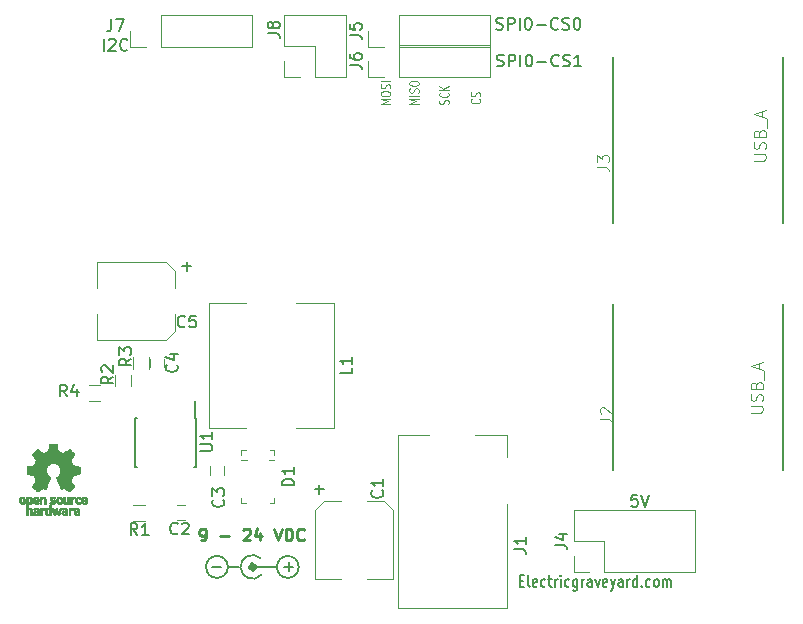
<source format=gto>
G04 #@! TF.GenerationSoftware,KiCad,Pcbnew,(5.0.2)-1*
G04 #@! TF.CreationDate,2019-01-19T21:34:45-05:00*
G04 #@! TF.ProjectId,2019-Pi-Power,32303139-2d50-4692-9d50-6f7765722e6b,rev?*
G04 #@! TF.SameCoordinates,Original*
G04 #@! TF.FileFunction,Legend,Top*
G04 #@! TF.FilePolarity,Positive*
%FSLAX46Y46*%
G04 Gerber Fmt 4.6, Leading zero omitted, Abs format (unit mm)*
G04 Created by KiCad (PCBNEW (5.0.2)-1) date 1/19/2019 9:34:45 PM*
%MOMM*%
%LPD*%
G01*
G04 APERTURE LIST*
%ADD10C,0.150000*%
%ADD11C,0.200000*%
%ADD12C,0.250000*%
%ADD13C,0.120000*%
%ADD14C,0.100000*%
%ADD15C,0.127000*%
%ADD16C,0.500000*%
%ADD17C,0.010000*%
%ADD18C,0.050000*%
G04 APERTURE END LIST*
D10*
X252705023Y-141641880D02*
X252228833Y-141641880D01*
X252181214Y-142118071D01*
X252228833Y-142070452D01*
X252324071Y-142022833D01*
X252562166Y-142022833D01*
X252657404Y-142070452D01*
X252705023Y-142118071D01*
X252752642Y-142213309D01*
X252752642Y-142451404D01*
X252705023Y-142546642D01*
X252657404Y-142594261D01*
X252562166Y-142641880D01*
X252324071Y-142641880D01*
X252228833Y-142594261D01*
X252181214Y-142546642D01*
X253038357Y-141641880D02*
X253371690Y-142641880D01*
X253705023Y-141641880D01*
D11*
X207532809Y-104033880D02*
X207532809Y-103033880D01*
X207961380Y-103129119D02*
X208009000Y-103081500D01*
X208104238Y-103033880D01*
X208342333Y-103033880D01*
X208437571Y-103081500D01*
X208485190Y-103129119D01*
X208532809Y-103224357D01*
X208532809Y-103319595D01*
X208485190Y-103462452D01*
X207913761Y-104033880D01*
X208532809Y-104033880D01*
X209532809Y-103938642D02*
X209485190Y-103986261D01*
X209342333Y-104033880D01*
X209247095Y-104033880D01*
X209104238Y-103986261D01*
X209009000Y-103891023D01*
X208961380Y-103795785D01*
X208913761Y-103605309D01*
X208913761Y-103462452D01*
X208961380Y-103271976D01*
X209009000Y-103176738D01*
X209104238Y-103081500D01*
X209247095Y-103033880D01*
X209342333Y-103033880D01*
X209485190Y-103081500D01*
X209532809Y-103129119D01*
D10*
X242749000Y-148912571D02*
X243015666Y-148912571D01*
X243129952Y-149436380D02*
X242749000Y-149436380D01*
X242749000Y-148436380D01*
X243129952Y-148436380D01*
X243587095Y-149436380D02*
X243510904Y-149388761D01*
X243472809Y-149293523D01*
X243472809Y-148436380D01*
X244196619Y-149388761D02*
X244120428Y-149436380D01*
X243968047Y-149436380D01*
X243891857Y-149388761D01*
X243853761Y-149293523D01*
X243853761Y-148912571D01*
X243891857Y-148817333D01*
X243968047Y-148769714D01*
X244120428Y-148769714D01*
X244196619Y-148817333D01*
X244234714Y-148912571D01*
X244234714Y-149007809D01*
X243853761Y-149103047D01*
X244920428Y-149388761D02*
X244844238Y-149436380D01*
X244691857Y-149436380D01*
X244615666Y-149388761D01*
X244577571Y-149341142D01*
X244539476Y-149245904D01*
X244539476Y-148960190D01*
X244577571Y-148864952D01*
X244615666Y-148817333D01*
X244691857Y-148769714D01*
X244844238Y-148769714D01*
X244920428Y-148817333D01*
X245149000Y-148769714D02*
X245453761Y-148769714D01*
X245263285Y-148436380D02*
X245263285Y-149293523D01*
X245301380Y-149388761D01*
X245377571Y-149436380D01*
X245453761Y-149436380D01*
X245720428Y-149436380D02*
X245720428Y-148769714D01*
X245720428Y-148960190D02*
X245758523Y-148864952D01*
X245796619Y-148817333D01*
X245872809Y-148769714D01*
X245949000Y-148769714D01*
X246215666Y-149436380D02*
X246215666Y-148769714D01*
X246215666Y-148436380D02*
X246177571Y-148484000D01*
X246215666Y-148531619D01*
X246253761Y-148484000D01*
X246215666Y-148436380D01*
X246215666Y-148531619D01*
X246939476Y-149388761D02*
X246863285Y-149436380D01*
X246710904Y-149436380D01*
X246634714Y-149388761D01*
X246596619Y-149341142D01*
X246558523Y-149245904D01*
X246558523Y-148960190D01*
X246596619Y-148864952D01*
X246634714Y-148817333D01*
X246710904Y-148769714D01*
X246863285Y-148769714D01*
X246939476Y-148817333D01*
X247625190Y-148769714D02*
X247625190Y-149579238D01*
X247587095Y-149674476D01*
X247549000Y-149722095D01*
X247472809Y-149769714D01*
X247358523Y-149769714D01*
X247282333Y-149722095D01*
X247625190Y-149388761D02*
X247549000Y-149436380D01*
X247396619Y-149436380D01*
X247320428Y-149388761D01*
X247282333Y-149341142D01*
X247244238Y-149245904D01*
X247244238Y-148960190D01*
X247282333Y-148864952D01*
X247320428Y-148817333D01*
X247396619Y-148769714D01*
X247549000Y-148769714D01*
X247625190Y-148817333D01*
X248006142Y-149436380D02*
X248006142Y-148769714D01*
X248006142Y-148960190D02*
X248044238Y-148864952D01*
X248082333Y-148817333D01*
X248158523Y-148769714D01*
X248234714Y-148769714D01*
X248844238Y-149436380D02*
X248844238Y-148912571D01*
X248806142Y-148817333D01*
X248729952Y-148769714D01*
X248577571Y-148769714D01*
X248501380Y-148817333D01*
X248844238Y-149388761D02*
X248768047Y-149436380D01*
X248577571Y-149436380D01*
X248501380Y-149388761D01*
X248463285Y-149293523D01*
X248463285Y-149198285D01*
X248501380Y-149103047D01*
X248577571Y-149055428D01*
X248768047Y-149055428D01*
X248844238Y-149007809D01*
X249149000Y-148769714D02*
X249339476Y-149436380D01*
X249529952Y-148769714D01*
X250139476Y-149388761D02*
X250063285Y-149436380D01*
X249910904Y-149436380D01*
X249834714Y-149388761D01*
X249796619Y-149293523D01*
X249796619Y-148912571D01*
X249834714Y-148817333D01*
X249910904Y-148769714D01*
X250063285Y-148769714D01*
X250139476Y-148817333D01*
X250177571Y-148912571D01*
X250177571Y-149007809D01*
X249796619Y-149103047D01*
X250444238Y-148769714D02*
X250634714Y-149436380D01*
X250825190Y-148769714D02*
X250634714Y-149436380D01*
X250558523Y-149674476D01*
X250520428Y-149722095D01*
X250444238Y-149769714D01*
X251472809Y-149436380D02*
X251472809Y-148912571D01*
X251434714Y-148817333D01*
X251358523Y-148769714D01*
X251206142Y-148769714D01*
X251129952Y-148817333D01*
X251472809Y-149388761D02*
X251396619Y-149436380D01*
X251206142Y-149436380D01*
X251129952Y-149388761D01*
X251091857Y-149293523D01*
X251091857Y-149198285D01*
X251129952Y-149103047D01*
X251206142Y-149055428D01*
X251396619Y-149055428D01*
X251472809Y-149007809D01*
X251853761Y-149436380D02*
X251853761Y-148769714D01*
X251853761Y-148960190D02*
X251891857Y-148864952D01*
X251929952Y-148817333D01*
X252006142Y-148769714D01*
X252082333Y-148769714D01*
X252691857Y-149436380D02*
X252691857Y-148436380D01*
X252691857Y-149388761D02*
X252615666Y-149436380D01*
X252463285Y-149436380D01*
X252387095Y-149388761D01*
X252349000Y-149341142D01*
X252310904Y-149245904D01*
X252310904Y-148960190D01*
X252349000Y-148864952D01*
X252387095Y-148817333D01*
X252463285Y-148769714D01*
X252615666Y-148769714D01*
X252691857Y-148817333D01*
X253072809Y-149341142D02*
X253110904Y-149388761D01*
X253072809Y-149436380D01*
X253034714Y-149388761D01*
X253072809Y-149341142D01*
X253072809Y-149436380D01*
X253796619Y-149388761D02*
X253720428Y-149436380D01*
X253568047Y-149436380D01*
X253491857Y-149388761D01*
X253453761Y-149341142D01*
X253415666Y-149245904D01*
X253415666Y-148960190D01*
X253453761Y-148864952D01*
X253491857Y-148817333D01*
X253568047Y-148769714D01*
X253720428Y-148769714D01*
X253796619Y-148817333D01*
X254253761Y-149436380D02*
X254177571Y-149388761D01*
X254139476Y-149341142D01*
X254101380Y-149245904D01*
X254101380Y-148960190D01*
X254139476Y-148864952D01*
X254177571Y-148817333D01*
X254253761Y-148769714D01*
X254368047Y-148769714D01*
X254444238Y-148817333D01*
X254482333Y-148864952D01*
X254520428Y-148960190D01*
X254520428Y-149245904D01*
X254482333Y-149341142D01*
X254444238Y-149388761D01*
X254368047Y-149436380D01*
X254253761Y-149436380D01*
X254863285Y-149436380D02*
X254863285Y-148769714D01*
X254863285Y-148864952D02*
X254901380Y-148817333D01*
X254977571Y-148769714D01*
X255091857Y-148769714D01*
X255168047Y-148817333D01*
X255206142Y-148912571D01*
X255206142Y-149436380D01*
X255206142Y-148912571D02*
X255244238Y-148817333D01*
X255320428Y-148769714D01*
X255434714Y-148769714D01*
X255510904Y-148817333D01*
X255549000Y-148912571D01*
X255549000Y-149436380D01*
D12*
X215732666Y-145499380D02*
X215923142Y-145499380D01*
X216018380Y-145451761D01*
X216066000Y-145404142D01*
X216161238Y-145261285D01*
X216208857Y-145070809D01*
X216208857Y-144689857D01*
X216161238Y-144594619D01*
X216113619Y-144547000D01*
X216018380Y-144499380D01*
X215827904Y-144499380D01*
X215732666Y-144547000D01*
X215685047Y-144594619D01*
X215637428Y-144689857D01*
X215637428Y-144927952D01*
X215685047Y-145023190D01*
X215732666Y-145070809D01*
X215827904Y-145118428D01*
X216018380Y-145118428D01*
X216113619Y-145070809D01*
X216161238Y-145023190D01*
X216208857Y-144927952D01*
X217399333Y-145118428D02*
X218161238Y-145118428D01*
X219351714Y-144594619D02*
X219399333Y-144547000D01*
X219494571Y-144499380D01*
X219732666Y-144499380D01*
X219827904Y-144547000D01*
X219875523Y-144594619D01*
X219923142Y-144689857D01*
X219923142Y-144785095D01*
X219875523Y-144927952D01*
X219304095Y-145499380D01*
X219923142Y-145499380D01*
X220780285Y-144832714D02*
X220780285Y-145499380D01*
X220542190Y-144451761D02*
X220304095Y-145166047D01*
X220923142Y-145166047D01*
X221923142Y-144499380D02*
X222256476Y-145499380D01*
X222589809Y-144499380D01*
X222923142Y-145499380D02*
X222923142Y-144499380D01*
X223161238Y-144499380D01*
X223304095Y-144547000D01*
X223399333Y-144642238D01*
X223446952Y-144737476D01*
X223494571Y-144927952D01*
X223494571Y-145070809D01*
X223446952Y-145261285D01*
X223399333Y-145356523D01*
X223304095Y-145451761D01*
X223161238Y-145499380D01*
X222923142Y-145499380D01*
X224494571Y-145404142D02*
X224446952Y-145451761D01*
X224304095Y-145499380D01*
X224208857Y-145499380D01*
X224066000Y-145451761D01*
X223970761Y-145356523D01*
X223923142Y-145261285D01*
X223875523Y-145070809D01*
X223875523Y-144927952D01*
X223923142Y-144737476D01*
X223970761Y-144642238D01*
X224066000Y-144547000D01*
X224208857Y-144499380D01*
X224304095Y-144499380D01*
X224446952Y-144547000D01*
X224494571Y-144594619D01*
D11*
X216679500Y-147745758D02*
X217479500Y-147745758D01*
X222779500Y-147745758D02*
X223579500Y-147745758D01*
X223179500Y-148126710D02*
X223179500Y-147364806D01*
D13*
X239338214Y-108126500D02*
X239376309Y-108155071D01*
X239414404Y-108240785D01*
X239414404Y-108297928D01*
X239376309Y-108383642D01*
X239300119Y-108440785D01*
X239223928Y-108469357D01*
X239071547Y-108497928D01*
X238957261Y-108497928D01*
X238804880Y-108469357D01*
X238728690Y-108440785D01*
X238652500Y-108383642D01*
X238614404Y-108297928D01*
X238614404Y-108240785D01*
X238652500Y-108155071D01*
X238690595Y-108126500D01*
X239376309Y-107897928D02*
X239414404Y-107812214D01*
X239414404Y-107669357D01*
X239376309Y-107612214D01*
X239338214Y-107583642D01*
X239262023Y-107555071D01*
X239185833Y-107555071D01*
X239109642Y-107583642D01*
X239071547Y-107612214D01*
X239033452Y-107669357D01*
X238995357Y-107783642D01*
X238957261Y-107840785D01*
X238919166Y-107869357D01*
X238842976Y-107897928D01*
X238766785Y-107897928D01*
X238690595Y-107869357D01*
X238652500Y-107840785D01*
X238614404Y-107783642D01*
X238614404Y-107640785D01*
X238652500Y-107555071D01*
X236709309Y-108543928D02*
X236747404Y-108458214D01*
X236747404Y-108315357D01*
X236709309Y-108258214D01*
X236671214Y-108229642D01*
X236595023Y-108201071D01*
X236518833Y-108201071D01*
X236442642Y-108229642D01*
X236404547Y-108258214D01*
X236366452Y-108315357D01*
X236328357Y-108429642D01*
X236290261Y-108486785D01*
X236252166Y-108515357D01*
X236175976Y-108543928D01*
X236099785Y-108543928D01*
X236023595Y-108515357D01*
X235985500Y-108486785D01*
X235947404Y-108429642D01*
X235947404Y-108286785D01*
X235985500Y-108201071D01*
X236671214Y-107601071D02*
X236709309Y-107629642D01*
X236747404Y-107715357D01*
X236747404Y-107772500D01*
X236709309Y-107858214D01*
X236633119Y-107915357D01*
X236556928Y-107943928D01*
X236404547Y-107972500D01*
X236290261Y-107972500D01*
X236137880Y-107943928D01*
X236061690Y-107915357D01*
X235985500Y-107858214D01*
X235947404Y-107772500D01*
X235947404Y-107715357D01*
X235985500Y-107629642D01*
X236023595Y-107601071D01*
X236747404Y-107343928D02*
X235947404Y-107343928D01*
X236747404Y-107001071D02*
X236290261Y-107258214D01*
X235947404Y-107001071D02*
X236404547Y-107343928D01*
X234207404Y-108524857D02*
X233407404Y-108524857D01*
X233978833Y-108324857D01*
X233407404Y-108124857D01*
X234207404Y-108124857D01*
X234207404Y-107839142D02*
X233407404Y-107839142D01*
X234169309Y-107582000D02*
X234207404Y-107496285D01*
X234207404Y-107353428D01*
X234169309Y-107296285D01*
X234131214Y-107267714D01*
X234055023Y-107239142D01*
X233978833Y-107239142D01*
X233902642Y-107267714D01*
X233864547Y-107296285D01*
X233826452Y-107353428D01*
X233788357Y-107467714D01*
X233750261Y-107524857D01*
X233712166Y-107553428D01*
X233635976Y-107582000D01*
X233559785Y-107582000D01*
X233483595Y-107553428D01*
X233445500Y-107524857D01*
X233407404Y-107467714D01*
X233407404Y-107324857D01*
X233445500Y-107239142D01*
X233407404Y-106867714D02*
X233407404Y-106753428D01*
X233445500Y-106696285D01*
X233521690Y-106639142D01*
X233674071Y-106610571D01*
X233940738Y-106610571D01*
X234093119Y-106639142D01*
X234169309Y-106696285D01*
X234207404Y-106753428D01*
X234207404Y-106867714D01*
X234169309Y-106924857D01*
X234093119Y-106982000D01*
X233940738Y-107010571D01*
X233674071Y-107010571D01*
X233521690Y-106982000D01*
X233445500Y-106924857D01*
X233407404Y-106867714D01*
X231794404Y-108524857D02*
X230994404Y-108524857D01*
X231565833Y-108324857D01*
X230994404Y-108124857D01*
X231794404Y-108124857D01*
X230994404Y-107724857D02*
X230994404Y-107610571D01*
X231032500Y-107553428D01*
X231108690Y-107496285D01*
X231261071Y-107467714D01*
X231527738Y-107467714D01*
X231680119Y-107496285D01*
X231756309Y-107553428D01*
X231794404Y-107610571D01*
X231794404Y-107724857D01*
X231756309Y-107782000D01*
X231680119Y-107839142D01*
X231527738Y-107867714D01*
X231261071Y-107867714D01*
X231108690Y-107839142D01*
X231032500Y-107782000D01*
X230994404Y-107724857D01*
X231756309Y-107239142D02*
X231794404Y-107153428D01*
X231794404Y-107010571D01*
X231756309Y-106953428D01*
X231718214Y-106924857D01*
X231642023Y-106896285D01*
X231565833Y-106896285D01*
X231489642Y-106924857D01*
X231451547Y-106953428D01*
X231413452Y-107010571D01*
X231375357Y-107124857D01*
X231337261Y-107182000D01*
X231299166Y-107210571D01*
X231222976Y-107239142D01*
X231146785Y-107239142D01*
X231070595Y-107210571D01*
X231032500Y-107182000D01*
X230994404Y-107124857D01*
X230994404Y-106982000D01*
X231032500Y-106896285D01*
X231794404Y-106639142D02*
X230994404Y-106639142D01*
D11*
X240815071Y-105319761D02*
X240957928Y-105367380D01*
X241196023Y-105367380D01*
X241291261Y-105319761D01*
X241338880Y-105272142D01*
X241386500Y-105176904D01*
X241386500Y-105081666D01*
X241338880Y-104986428D01*
X241291261Y-104938809D01*
X241196023Y-104891190D01*
X241005547Y-104843571D01*
X240910309Y-104795952D01*
X240862690Y-104748333D01*
X240815071Y-104653095D01*
X240815071Y-104557857D01*
X240862690Y-104462619D01*
X240910309Y-104415000D01*
X241005547Y-104367380D01*
X241243642Y-104367380D01*
X241386500Y-104415000D01*
X241815071Y-105367380D02*
X241815071Y-104367380D01*
X242196023Y-104367380D01*
X242291261Y-104415000D01*
X242338880Y-104462619D01*
X242386500Y-104557857D01*
X242386500Y-104700714D01*
X242338880Y-104795952D01*
X242291261Y-104843571D01*
X242196023Y-104891190D01*
X241815071Y-104891190D01*
X242815071Y-105367380D02*
X242815071Y-104367380D01*
X243481738Y-104367380D02*
X243576976Y-104367380D01*
X243672214Y-104415000D01*
X243719833Y-104462619D01*
X243767452Y-104557857D01*
X243815071Y-104748333D01*
X243815071Y-104986428D01*
X243767452Y-105176904D01*
X243719833Y-105272142D01*
X243672214Y-105319761D01*
X243576976Y-105367380D01*
X243481738Y-105367380D01*
X243386500Y-105319761D01*
X243338880Y-105272142D01*
X243291261Y-105176904D01*
X243243642Y-104986428D01*
X243243642Y-104748333D01*
X243291261Y-104557857D01*
X243338880Y-104462619D01*
X243386500Y-104415000D01*
X243481738Y-104367380D01*
X244243642Y-104986428D02*
X245005547Y-104986428D01*
X246053166Y-105272142D02*
X246005547Y-105319761D01*
X245862690Y-105367380D01*
X245767452Y-105367380D01*
X245624595Y-105319761D01*
X245529357Y-105224523D01*
X245481738Y-105129285D01*
X245434119Y-104938809D01*
X245434119Y-104795952D01*
X245481738Y-104605476D01*
X245529357Y-104510238D01*
X245624595Y-104415000D01*
X245767452Y-104367380D01*
X245862690Y-104367380D01*
X246005547Y-104415000D01*
X246053166Y-104462619D01*
X246434119Y-105319761D02*
X246576976Y-105367380D01*
X246815071Y-105367380D01*
X246910309Y-105319761D01*
X246957928Y-105272142D01*
X247005547Y-105176904D01*
X247005547Y-105081666D01*
X246957928Y-104986428D01*
X246910309Y-104938809D01*
X246815071Y-104891190D01*
X246624595Y-104843571D01*
X246529357Y-104795952D01*
X246481738Y-104748333D01*
X246434119Y-104653095D01*
X246434119Y-104557857D01*
X246481738Y-104462619D01*
X246529357Y-104415000D01*
X246624595Y-104367380D01*
X246862690Y-104367380D01*
X247005547Y-104415000D01*
X247957928Y-105367380D02*
X247386500Y-105367380D01*
X247672214Y-105367380D02*
X247672214Y-104367380D01*
X247576976Y-104510238D01*
X247481738Y-104605476D01*
X247386500Y-104653095D01*
X240751571Y-102208261D02*
X240894428Y-102255880D01*
X241132523Y-102255880D01*
X241227761Y-102208261D01*
X241275380Y-102160642D01*
X241323000Y-102065404D01*
X241323000Y-101970166D01*
X241275380Y-101874928D01*
X241227761Y-101827309D01*
X241132523Y-101779690D01*
X240942047Y-101732071D01*
X240846809Y-101684452D01*
X240799190Y-101636833D01*
X240751571Y-101541595D01*
X240751571Y-101446357D01*
X240799190Y-101351119D01*
X240846809Y-101303500D01*
X240942047Y-101255880D01*
X241180142Y-101255880D01*
X241323000Y-101303500D01*
X241751571Y-102255880D02*
X241751571Y-101255880D01*
X242132523Y-101255880D01*
X242227761Y-101303500D01*
X242275380Y-101351119D01*
X242323000Y-101446357D01*
X242323000Y-101589214D01*
X242275380Y-101684452D01*
X242227761Y-101732071D01*
X242132523Y-101779690D01*
X241751571Y-101779690D01*
X242751571Y-102255880D02*
X242751571Y-101255880D01*
X243418238Y-101255880D02*
X243513476Y-101255880D01*
X243608714Y-101303500D01*
X243656333Y-101351119D01*
X243703952Y-101446357D01*
X243751571Y-101636833D01*
X243751571Y-101874928D01*
X243703952Y-102065404D01*
X243656333Y-102160642D01*
X243608714Y-102208261D01*
X243513476Y-102255880D01*
X243418238Y-102255880D01*
X243323000Y-102208261D01*
X243275380Y-102160642D01*
X243227761Y-102065404D01*
X243180142Y-101874928D01*
X243180142Y-101636833D01*
X243227761Y-101446357D01*
X243275380Y-101351119D01*
X243323000Y-101303500D01*
X243418238Y-101255880D01*
X244180142Y-101874928D02*
X244942047Y-101874928D01*
X245989666Y-102160642D02*
X245942047Y-102208261D01*
X245799190Y-102255880D01*
X245703952Y-102255880D01*
X245561095Y-102208261D01*
X245465857Y-102113023D01*
X245418238Y-102017785D01*
X245370619Y-101827309D01*
X245370619Y-101684452D01*
X245418238Y-101493976D01*
X245465857Y-101398738D01*
X245561095Y-101303500D01*
X245703952Y-101255880D01*
X245799190Y-101255880D01*
X245942047Y-101303500D01*
X245989666Y-101351119D01*
X246370619Y-102208261D02*
X246513476Y-102255880D01*
X246751571Y-102255880D01*
X246846809Y-102208261D01*
X246894428Y-102160642D01*
X246942047Y-102065404D01*
X246942047Y-101970166D01*
X246894428Y-101874928D01*
X246846809Y-101827309D01*
X246751571Y-101779690D01*
X246561095Y-101732071D01*
X246465857Y-101684452D01*
X246418238Y-101636833D01*
X246370619Y-101541595D01*
X246370619Y-101446357D01*
X246418238Y-101351119D01*
X246465857Y-101303500D01*
X246561095Y-101255880D01*
X246799190Y-101255880D01*
X246942047Y-101303500D01*
X247561095Y-101255880D02*
X247656333Y-101255880D01*
X247751571Y-101303500D01*
X247799190Y-101351119D01*
X247846809Y-101446357D01*
X247894428Y-101636833D01*
X247894428Y-101874928D01*
X247846809Y-102065404D01*
X247799190Y-102160642D01*
X247751571Y-102208261D01*
X247656333Y-102255880D01*
X247561095Y-102255880D01*
X247465857Y-102208261D01*
X247418238Y-102160642D01*
X247370619Y-102065404D01*
X247323000Y-101874928D01*
X247323000Y-101636833D01*
X247370619Y-101446357D01*
X247418238Y-101351119D01*
X247465857Y-101303500D01*
X247561095Y-101255880D01*
D10*
G04 #@! TO.C,U1*
X215338500Y-135098000D02*
X215288500Y-135098000D01*
X215338500Y-139248000D02*
X215193500Y-139248000D01*
X210188500Y-139248000D02*
X210333500Y-139248000D01*
X210188500Y-135098000D02*
X210333500Y-135098000D01*
X215338500Y-135098000D02*
X215338500Y-139248000D01*
X210188500Y-135098000D02*
X210188500Y-139248000D01*
X215288500Y-135098000D02*
X215288500Y-133698000D01*
D13*
G04 #@! TO.C,C2*
X213735000Y-142542000D02*
X214435000Y-142542000D01*
X214435000Y-143742000D02*
X213735000Y-143742000D01*
G04 #@! TO.C,C3*
X217745000Y-139236000D02*
X217745000Y-139936000D01*
X216545000Y-139936000D02*
X216545000Y-139236000D01*
G04 #@! TO.C,C4*
X212665000Y-130104000D02*
X212665000Y-130804000D01*
X211465000Y-130804000D02*
X211465000Y-130104000D01*
G04 #@! TO.C,J1*
X232484000Y-136559500D02*
X235084000Y-136559500D01*
X232484000Y-151259500D02*
X232484000Y-136559500D01*
X241684000Y-136559500D02*
X241684000Y-138459500D01*
X238984000Y-136559500D02*
X241684000Y-136559500D01*
X241684000Y-151259500D02*
X232484000Y-151259500D01*
X241684000Y-142459500D02*
X241684000Y-151259500D01*
G04 #@! TO.C,L1*
X227017000Y-135996000D02*
X223817000Y-135996000D01*
X227017000Y-125396000D02*
X227017000Y-135996000D01*
X223817000Y-125396000D02*
X227017000Y-125396000D01*
X216417000Y-125396000D02*
X219617000Y-125396000D01*
X216417000Y-135996000D02*
X216417000Y-125396000D01*
X219617000Y-135996000D02*
X216417000Y-135996000D01*
G04 #@! TO.C,R1*
X211041000Y-143822000D02*
X210041000Y-143822000D01*
X210041000Y-142462000D02*
X211041000Y-142462000D01*
G04 #@! TO.C,R2*
X208464000Y-132466000D02*
X208464000Y-131466000D01*
X209824000Y-131466000D02*
X209824000Y-132466000D01*
G04 #@! TO.C,R3*
X209988000Y-130954000D02*
X209988000Y-129954000D01*
X211348000Y-129954000D02*
X211348000Y-130954000D01*
G04 #@! TO.C,R4*
X207243000Y-133662000D02*
X206243000Y-133662000D01*
X206243000Y-132302000D02*
X207243000Y-132302000D01*
D14*
G04 #@! TO.C,D1*
X219171920Y-138653820D02*
X219631660Y-138653820D01*
X219631660Y-138653820D02*
X219631660Y-138730020D01*
X219631660Y-138730020D02*
X219171920Y-138730020D01*
X219171920Y-138730020D02*
X219171920Y-138653820D01*
X221973540Y-138653820D02*
X221508720Y-138653820D01*
X221508720Y-138653820D02*
X221508720Y-138730020D01*
X221508720Y-138730020D02*
X221973540Y-138730020D01*
X221973540Y-138730020D02*
X221973540Y-138653820D01*
X219174000Y-142344000D02*
X219174000Y-141944000D01*
X219174000Y-142344000D02*
X219574000Y-142344000D01*
X219174000Y-137844000D02*
X219174000Y-138244000D01*
X219174000Y-137844000D02*
X219574000Y-137844000D01*
X221974000Y-137844000D02*
X221574000Y-137844000D01*
X221974000Y-137844000D02*
X221974000Y-138244000D01*
X221974000Y-142344000D02*
X221974000Y-141944000D01*
X221974000Y-142344000D02*
X221574000Y-142344000D01*
D15*
G04 #@! TO.C,J2*
X250670000Y-125480000D02*
X250670000Y-139580000D01*
X265070000Y-139580000D02*
X265070000Y-125480000D01*
G04 #@! TO.C,J3*
X265070000Y-118640000D02*
X265070000Y-104540000D01*
X250670000Y-104540000D02*
X250670000Y-118640000D01*
D13*
G04 #@! TO.C,C1*
X232002000Y-142918500D02*
X232002000Y-148758500D01*
X231242000Y-142158500D02*
X232002000Y-142918500D01*
X225402000Y-142918500D02*
X226162000Y-142158500D01*
X225402000Y-148758500D02*
X225402000Y-142918500D01*
X231242000Y-142158500D02*
X229822000Y-142158500D01*
X226162000Y-142158500D02*
X227582000Y-142158500D01*
X232002000Y-148758500D02*
X229822000Y-148758500D01*
X225402000Y-148758500D02*
X227582000Y-148758500D01*
G04 #@! TO.C,C5*
X212827000Y-128535000D02*
X206987000Y-128535000D01*
X213587000Y-127775000D02*
X212827000Y-128535000D01*
X212827000Y-121935000D02*
X213587000Y-122695000D01*
X206987000Y-121935000D02*
X212827000Y-121935000D01*
X213587000Y-127775000D02*
X213587000Y-126355000D01*
X213587000Y-122695000D02*
X213587000Y-124115000D01*
X206987000Y-128535000D02*
X206987000Y-126355000D01*
X206987000Y-121935000D02*
X206987000Y-124115000D01*
G04 #@! TO.C,J4*
X247311000Y-148155000D02*
X247311000Y-146825000D01*
X248641000Y-148155000D02*
X247311000Y-148155000D01*
X247311000Y-145555000D02*
X247311000Y-142955000D01*
X249911000Y-145555000D02*
X247311000Y-145555000D01*
X249911000Y-148155000D02*
X249911000Y-145555000D01*
X247311000Y-142955000D02*
X257591000Y-142955000D01*
X249911000Y-148155000D02*
X257591000Y-148155000D01*
X257591000Y-148155000D02*
X257591000Y-142955000D01*
G04 #@! TO.C,J5*
X240192000Y-103705000D02*
X240192000Y-101045000D01*
X232512000Y-103705000D02*
X240192000Y-103705000D01*
X232512000Y-101045000D02*
X240192000Y-101045000D01*
X232512000Y-103705000D02*
X232512000Y-101045000D01*
X231242000Y-103705000D02*
X229912000Y-103705000D01*
X229912000Y-103705000D02*
X229912000Y-102375000D01*
G04 #@! TO.C,J6*
X229912000Y-106245000D02*
X229912000Y-104915000D01*
X231242000Y-106245000D02*
X229912000Y-106245000D01*
X232512000Y-106245000D02*
X232512000Y-103585000D01*
X232512000Y-103585000D02*
X240192000Y-103585000D01*
X232512000Y-106245000D02*
X240192000Y-106245000D01*
X240192000Y-106245000D02*
X240192000Y-103585000D01*
D10*
G04 #@! TO.C,REF\002A\002A*
X220114429Y-147749330D02*
X222114429Y-147749330D01*
X218114429Y-147749330D02*
X219014429Y-147749330D01*
X218039429Y-147749330D02*
G75*
G03X218039429Y-147749330I-925000J0D01*
G01*
X224039429Y-147749330D02*
G75*
G03X224039429Y-147749330I-925000J0D01*
G01*
D16*
X220289429Y-147749330D02*
G75*
G03X220289429Y-147749330I-175000J0D01*
G01*
D10*
X220789429Y-146999330D02*
G75*
G03X220864429Y-148424330I-675000J-750000D01*
G01*
D13*
G04 #@! TO.C,J7*
X209782500Y-103705000D02*
X209782500Y-102375000D01*
X211112500Y-103705000D02*
X209782500Y-103705000D01*
X212382500Y-103705000D02*
X212382500Y-101045000D01*
X212382500Y-101045000D02*
X220062500Y-101045000D01*
X212382500Y-103705000D02*
X220062500Y-103705000D01*
X220062500Y-103705000D02*
X220062500Y-101045000D01*
G04 #@! TO.C,J8*
X222800000Y-106245000D02*
X222800000Y-104915000D01*
X224130000Y-106245000D02*
X222800000Y-106245000D01*
X222800000Y-103645000D02*
X222800000Y-101045000D01*
X225400000Y-103645000D02*
X222800000Y-103645000D01*
X225400000Y-106245000D02*
X225400000Y-103645000D01*
X222800000Y-101045000D02*
X228000000Y-101045000D01*
X225400000Y-106245000D02*
X228000000Y-106245000D01*
X228000000Y-106245000D02*
X228000000Y-101045000D01*
D17*
G04 #@! TO.C,REF\002A\002A\002A*
G36*
X201329741Y-141817184D02*
X201356253Y-141830282D01*
X201388947Y-141853106D01*
X201412775Y-141877996D01*
X201429094Y-141909249D01*
X201439260Y-141951166D01*
X201444628Y-142008044D01*
X201446556Y-142084184D01*
X201446669Y-142116917D01*
X201446339Y-142188656D01*
X201444973Y-142239927D01*
X201442000Y-142275404D01*
X201436851Y-142299763D01*
X201428957Y-142317680D01*
X201420743Y-142329902D01*
X201368313Y-142381905D01*
X201306570Y-142413184D01*
X201239964Y-142422592D01*
X201172942Y-142408980D01*
X201151708Y-142399354D01*
X201100876Y-142372859D01*
X201100876Y-142788052D01*
X201137975Y-142768868D01*
X201186857Y-142754025D01*
X201246939Y-142750222D01*
X201306936Y-142757243D01*
X201352244Y-142773013D01*
X201389825Y-142803047D01*
X201421936Y-142846024D01*
X201424350Y-142850436D01*
X201434533Y-142871221D01*
X201441970Y-142892170D01*
X201447089Y-142917548D01*
X201450319Y-142951618D01*
X201452087Y-142998641D01*
X201452823Y-143062882D01*
X201452956Y-143135176D01*
X201452956Y-143365822D01*
X201314639Y-143365822D01*
X201314639Y-142940533D01*
X201275951Y-142907979D01*
X201235762Y-142881940D01*
X201197703Y-142877205D01*
X201159434Y-142889389D01*
X201139038Y-142901320D01*
X201123858Y-142918313D01*
X201113062Y-142943995D01*
X201105817Y-142981991D01*
X201101292Y-143035926D01*
X201098656Y-143109425D01*
X201097728Y-143158347D01*
X201094589Y-143359535D01*
X201028574Y-143363336D01*
X200962560Y-143367136D01*
X200962560Y-142118650D01*
X201100876Y-142118650D01*
X201104403Y-142188254D01*
X201116285Y-142236569D01*
X201138480Y-142266631D01*
X201172941Y-142281471D01*
X201207758Y-142284436D01*
X201247171Y-142281028D01*
X201273329Y-142267617D01*
X201289686Y-142249896D01*
X201302563Y-142230835D01*
X201310228Y-142209601D01*
X201313639Y-142179849D01*
X201313751Y-142135236D01*
X201312603Y-142097880D01*
X201309968Y-142041604D01*
X201306044Y-142004658D01*
X201299437Y-141981223D01*
X201288751Y-141965480D01*
X201278667Y-141956380D01*
X201236530Y-141936537D01*
X201186660Y-141933332D01*
X201158024Y-141940168D01*
X201129672Y-141964464D01*
X201110891Y-142011728D01*
X201101788Y-142081624D01*
X201100876Y-142118650D01*
X200962560Y-142118650D01*
X200962560Y-141806614D01*
X201031718Y-141806614D01*
X201073240Y-141808256D01*
X201094662Y-141814087D01*
X201100874Y-141825461D01*
X201100876Y-141825798D01*
X201103758Y-141836938D01*
X201116470Y-141835673D01*
X201141743Y-141823433D01*
X201200631Y-141804707D01*
X201266885Y-141802739D01*
X201329741Y-141817184D01*
X201329741Y-141817184D01*
G37*
X201329741Y-141817184D02*
X201356253Y-141830282D01*
X201388947Y-141853106D01*
X201412775Y-141877996D01*
X201429094Y-141909249D01*
X201439260Y-141951166D01*
X201444628Y-142008044D01*
X201446556Y-142084184D01*
X201446669Y-142116917D01*
X201446339Y-142188656D01*
X201444973Y-142239927D01*
X201442000Y-142275404D01*
X201436851Y-142299763D01*
X201428957Y-142317680D01*
X201420743Y-142329902D01*
X201368313Y-142381905D01*
X201306570Y-142413184D01*
X201239964Y-142422592D01*
X201172942Y-142408980D01*
X201151708Y-142399354D01*
X201100876Y-142372859D01*
X201100876Y-142788052D01*
X201137975Y-142768868D01*
X201186857Y-142754025D01*
X201246939Y-142750222D01*
X201306936Y-142757243D01*
X201352244Y-142773013D01*
X201389825Y-142803047D01*
X201421936Y-142846024D01*
X201424350Y-142850436D01*
X201434533Y-142871221D01*
X201441970Y-142892170D01*
X201447089Y-142917548D01*
X201450319Y-142951618D01*
X201452087Y-142998641D01*
X201452823Y-143062882D01*
X201452956Y-143135176D01*
X201452956Y-143365822D01*
X201314639Y-143365822D01*
X201314639Y-142940533D01*
X201275951Y-142907979D01*
X201235762Y-142881940D01*
X201197703Y-142877205D01*
X201159434Y-142889389D01*
X201139038Y-142901320D01*
X201123858Y-142918313D01*
X201113062Y-142943995D01*
X201105817Y-142981991D01*
X201101292Y-143035926D01*
X201098656Y-143109425D01*
X201097728Y-143158347D01*
X201094589Y-143359535D01*
X201028574Y-143363336D01*
X200962560Y-143367136D01*
X200962560Y-142118650D01*
X201100876Y-142118650D01*
X201104403Y-142188254D01*
X201116285Y-142236569D01*
X201138480Y-142266631D01*
X201172941Y-142281471D01*
X201207758Y-142284436D01*
X201247171Y-142281028D01*
X201273329Y-142267617D01*
X201289686Y-142249896D01*
X201302563Y-142230835D01*
X201310228Y-142209601D01*
X201313639Y-142179849D01*
X201313751Y-142135236D01*
X201312603Y-142097880D01*
X201309968Y-142041604D01*
X201306044Y-142004658D01*
X201299437Y-141981223D01*
X201288751Y-141965480D01*
X201278667Y-141956380D01*
X201236530Y-141936537D01*
X201186660Y-141933332D01*
X201158024Y-141940168D01*
X201129672Y-141964464D01*
X201110891Y-142011728D01*
X201101788Y-142081624D01*
X201100876Y-142118650D01*
X200962560Y-142118650D01*
X200962560Y-141806614D01*
X201031718Y-141806614D01*
X201073240Y-141808256D01*
X201094662Y-141814087D01*
X201100874Y-141825461D01*
X201100876Y-141825798D01*
X201103758Y-141836938D01*
X201116470Y-141835673D01*
X201141743Y-141823433D01*
X201200631Y-141804707D01*
X201266885Y-141802739D01*
X201329741Y-141817184D01*
G36*
X201854290Y-142754555D02*
X201913445Y-142770339D01*
X201958477Y-142798948D01*
X201990254Y-142836419D01*
X202000134Y-142852411D01*
X202007427Y-142869163D01*
X202012526Y-142890592D01*
X202015821Y-142920616D01*
X202017703Y-142963154D01*
X202018563Y-143022122D01*
X202018793Y-143101440D01*
X202018797Y-143122484D01*
X202018797Y-143365822D01*
X201958441Y-143365822D01*
X201919943Y-143363126D01*
X201891477Y-143356295D01*
X201884345Y-143352083D01*
X201864848Y-143344813D01*
X201844934Y-143352083D01*
X201812147Y-143361160D01*
X201764522Y-143364813D01*
X201711736Y-143363228D01*
X201663464Y-143356589D01*
X201635282Y-143348072D01*
X201580747Y-143313063D01*
X201546665Y-143264479D01*
X201531343Y-143199882D01*
X201531201Y-143198223D01*
X201532545Y-143169566D01*
X201654144Y-143169566D01*
X201664774Y-143202161D01*
X201682090Y-143220505D01*
X201716848Y-143234379D01*
X201762727Y-143239917D01*
X201809512Y-143237191D01*
X201846986Y-143226274D01*
X201857485Y-143219269D01*
X201875832Y-143186904D01*
X201880480Y-143150111D01*
X201880480Y-143101763D01*
X201810918Y-143101763D01*
X201744833Y-143106850D01*
X201694736Y-143121263D01*
X201663571Y-143143729D01*
X201654144Y-143169566D01*
X201532545Y-143169566D01*
X201534513Y-143127647D01*
X201557790Y-143071845D01*
X201601552Y-143029647D01*
X201607601Y-143025808D01*
X201633593Y-143013309D01*
X201665765Y-143005740D01*
X201710740Y-143002061D01*
X201764169Y-143001216D01*
X201880480Y-143001169D01*
X201880480Y-142952411D01*
X201875547Y-142914581D01*
X201862957Y-142889236D01*
X201861483Y-142887887D01*
X201833466Y-142876800D01*
X201791174Y-142872503D01*
X201744436Y-142874615D01*
X201703082Y-142882756D01*
X201678543Y-142894965D01*
X201665247Y-142904746D01*
X201651206Y-142906613D01*
X201631829Y-142898600D01*
X201602524Y-142878739D01*
X201558697Y-142845063D01*
X201554675Y-142841909D01*
X201556736Y-142830236D01*
X201573932Y-142810822D01*
X201600067Y-142789248D01*
X201628948Y-142771096D01*
X201638022Y-142766809D01*
X201671120Y-142758256D01*
X201719620Y-142752155D01*
X201773805Y-142749708D01*
X201776339Y-142749703D01*
X201854290Y-142754555D01*
X201854290Y-142754555D01*
G37*
X201854290Y-142754555D02*
X201913445Y-142770339D01*
X201958477Y-142798948D01*
X201990254Y-142836419D01*
X202000134Y-142852411D01*
X202007427Y-142869163D01*
X202012526Y-142890592D01*
X202015821Y-142920616D01*
X202017703Y-142963154D01*
X202018563Y-143022122D01*
X202018793Y-143101440D01*
X202018797Y-143122484D01*
X202018797Y-143365822D01*
X201958441Y-143365822D01*
X201919943Y-143363126D01*
X201891477Y-143356295D01*
X201884345Y-143352083D01*
X201864848Y-143344813D01*
X201844934Y-143352083D01*
X201812147Y-143361160D01*
X201764522Y-143364813D01*
X201711736Y-143363228D01*
X201663464Y-143356589D01*
X201635282Y-143348072D01*
X201580747Y-143313063D01*
X201546665Y-143264479D01*
X201531343Y-143199882D01*
X201531201Y-143198223D01*
X201532545Y-143169566D01*
X201654144Y-143169566D01*
X201664774Y-143202161D01*
X201682090Y-143220505D01*
X201716848Y-143234379D01*
X201762727Y-143239917D01*
X201809512Y-143237191D01*
X201846986Y-143226274D01*
X201857485Y-143219269D01*
X201875832Y-143186904D01*
X201880480Y-143150111D01*
X201880480Y-143101763D01*
X201810918Y-143101763D01*
X201744833Y-143106850D01*
X201694736Y-143121263D01*
X201663571Y-143143729D01*
X201654144Y-143169566D01*
X201532545Y-143169566D01*
X201534513Y-143127647D01*
X201557790Y-143071845D01*
X201601552Y-143029647D01*
X201607601Y-143025808D01*
X201633593Y-143013309D01*
X201665765Y-143005740D01*
X201710740Y-143002061D01*
X201764169Y-143001216D01*
X201880480Y-143001169D01*
X201880480Y-142952411D01*
X201875547Y-142914581D01*
X201862957Y-142889236D01*
X201861483Y-142887887D01*
X201833466Y-142876800D01*
X201791174Y-142872503D01*
X201744436Y-142874615D01*
X201703082Y-142882756D01*
X201678543Y-142894965D01*
X201665247Y-142904746D01*
X201651206Y-142906613D01*
X201631829Y-142898600D01*
X201602524Y-142878739D01*
X201558697Y-142845063D01*
X201554675Y-142841909D01*
X201556736Y-142830236D01*
X201573932Y-142810822D01*
X201600067Y-142789248D01*
X201628948Y-142771096D01*
X201638022Y-142766809D01*
X201671120Y-142758256D01*
X201719620Y-142752155D01*
X201773805Y-142749708D01*
X201776339Y-142749703D01*
X201854290Y-142754555D01*
G36*
X202245144Y-142751020D02*
X202263961Y-142756660D01*
X202270027Y-142769053D01*
X202270282Y-142774647D01*
X202271371Y-142790230D01*
X202278868Y-142792676D01*
X202299119Y-142781993D01*
X202311149Y-142774694D01*
X202349100Y-142759063D01*
X202394428Y-142751334D01*
X202441956Y-142750740D01*
X202486505Y-142756513D01*
X202522898Y-142767884D01*
X202545957Y-142784088D01*
X202550504Y-142804355D01*
X202548209Y-142809843D01*
X202531480Y-142832626D01*
X202505537Y-142860647D01*
X202500845Y-142865177D01*
X202476117Y-142886005D01*
X202454782Y-142892735D01*
X202424945Y-142888038D01*
X202412992Y-142884917D01*
X202375795Y-142877421D01*
X202349641Y-142880792D01*
X202327554Y-142892681D01*
X202307322Y-142908635D01*
X202292421Y-142928700D01*
X202282066Y-142956702D01*
X202275471Y-142996467D01*
X202271851Y-143051823D01*
X202270422Y-143126594D01*
X202270282Y-143171740D01*
X202270282Y-143365822D01*
X202144540Y-143365822D01*
X202144540Y-142749683D01*
X202207411Y-142749683D01*
X202245144Y-142751020D01*
X202245144Y-142751020D01*
G37*
X202245144Y-142751020D02*
X202263961Y-142756660D01*
X202270027Y-142769053D01*
X202270282Y-142774647D01*
X202271371Y-142790230D01*
X202278868Y-142792676D01*
X202299119Y-142781993D01*
X202311149Y-142774694D01*
X202349100Y-142759063D01*
X202394428Y-142751334D01*
X202441956Y-142750740D01*
X202486505Y-142756513D01*
X202522898Y-142767884D01*
X202545957Y-142784088D01*
X202550504Y-142804355D01*
X202548209Y-142809843D01*
X202531480Y-142832626D01*
X202505537Y-142860647D01*
X202500845Y-142865177D01*
X202476117Y-142886005D01*
X202454782Y-142892735D01*
X202424945Y-142888038D01*
X202412992Y-142884917D01*
X202375795Y-142877421D01*
X202349641Y-142880792D01*
X202327554Y-142892681D01*
X202307322Y-142908635D01*
X202292421Y-142928700D01*
X202282066Y-142956702D01*
X202275471Y-142996467D01*
X202271851Y-143051823D01*
X202270422Y-143126594D01*
X202270282Y-143171740D01*
X202270282Y-143365822D01*
X202144540Y-143365822D01*
X202144540Y-142749683D01*
X202207411Y-142749683D01*
X202245144Y-142751020D01*
G36*
X203037312Y-143365822D02*
X202968154Y-143365822D01*
X202928012Y-143364645D01*
X202907106Y-143359772D01*
X202899578Y-143349186D01*
X202898995Y-143342029D01*
X202897726Y-143327676D01*
X202889721Y-143324923D01*
X202868685Y-143333771D01*
X202852327Y-143342029D01*
X202789523Y-143361597D01*
X202721252Y-143362729D01*
X202665748Y-143348135D01*
X202614062Y-143312877D01*
X202574662Y-143260835D01*
X202553087Y-143199450D01*
X202552538Y-143196018D01*
X202549333Y-143158571D01*
X202547739Y-143104813D01*
X202547867Y-143064155D01*
X202685221Y-143064155D01*
X202688403Y-143118194D01*
X202695641Y-143162735D01*
X202705440Y-143187888D01*
X202742511Y-143222260D01*
X202786526Y-143234582D01*
X202831916Y-143224618D01*
X202870703Y-143194895D01*
X202885392Y-143174905D01*
X202893981Y-143151050D01*
X202898004Y-143116230D01*
X202898995Y-143063930D01*
X202897222Y-143012139D01*
X202892537Y-142966634D01*
X202885897Y-142936181D01*
X202884790Y-142933452D01*
X202858009Y-142901000D01*
X202818921Y-142883183D01*
X202775185Y-142880306D01*
X202734462Y-142892674D01*
X202704413Y-142920593D01*
X202701296Y-142926148D01*
X202691539Y-142960022D01*
X202686223Y-143008728D01*
X202685221Y-143064155D01*
X202547867Y-143064155D01*
X202547932Y-143043540D01*
X202548836Y-143010563D01*
X202554986Y-142928981D01*
X202567767Y-142867730D01*
X202589029Y-142822449D01*
X202620622Y-142788779D01*
X202651293Y-142769014D01*
X202694146Y-142755120D01*
X202747444Y-142750354D01*
X202802020Y-142754236D01*
X202848708Y-142766282D01*
X202873376Y-142780693D01*
X202898995Y-142803878D01*
X202898995Y-142510773D01*
X203037312Y-142510773D01*
X203037312Y-143365822D01*
X203037312Y-143365822D01*
G37*
X203037312Y-143365822D02*
X202968154Y-143365822D01*
X202928012Y-143364645D01*
X202907106Y-143359772D01*
X202899578Y-143349186D01*
X202898995Y-143342029D01*
X202897726Y-143327676D01*
X202889721Y-143324923D01*
X202868685Y-143333771D01*
X202852327Y-143342029D01*
X202789523Y-143361597D01*
X202721252Y-143362729D01*
X202665748Y-143348135D01*
X202614062Y-143312877D01*
X202574662Y-143260835D01*
X202553087Y-143199450D01*
X202552538Y-143196018D01*
X202549333Y-143158571D01*
X202547739Y-143104813D01*
X202547867Y-143064155D01*
X202685221Y-143064155D01*
X202688403Y-143118194D01*
X202695641Y-143162735D01*
X202705440Y-143187888D01*
X202742511Y-143222260D01*
X202786526Y-143234582D01*
X202831916Y-143224618D01*
X202870703Y-143194895D01*
X202885392Y-143174905D01*
X202893981Y-143151050D01*
X202898004Y-143116230D01*
X202898995Y-143063930D01*
X202897222Y-143012139D01*
X202892537Y-142966634D01*
X202885897Y-142936181D01*
X202884790Y-142933452D01*
X202858009Y-142901000D01*
X202818921Y-142883183D01*
X202775185Y-142880306D01*
X202734462Y-142892674D01*
X202704413Y-142920593D01*
X202701296Y-142926148D01*
X202691539Y-142960022D01*
X202686223Y-143008728D01*
X202685221Y-143064155D01*
X202547867Y-143064155D01*
X202547932Y-143043540D01*
X202548836Y-143010563D01*
X202554986Y-142928981D01*
X202567767Y-142867730D01*
X202589029Y-142822449D01*
X202620622Y-142788779D01*
X202651293Y-142769014D01*
X202694146Y-142755120D01*
X202747444Y-142750354D01*
X202802020Y-142754236D01*
X202848708Y-142766282D01*
X202873376Y-142780693D01*
X202898995Y-142803878D01*
X202898995Y-142510773D01*
X203037312Y-142510773D01*
X203037312Y-143365822D01*
G36*
X203520024Y-142752237D02*
X203569755Y-142755971D01*
X203699791Y-143145773D01*
X203720178Y-143076614D01*
X203732446Y-143033874D01*
X203748585Y-142976115D01*
X203766012Y-142912625D01*
X203775226Y-142878570D01*
X203809888Y-142749683D01*
X203952891Y-142749683D01*
X203910146Y-142884857D01*
X203889096Y-142951342D01*
X203863667Y-143031539D01*
X203837110Y-143115193D01*
X203813402Y-143189782D01*
X203759402Y-143359535D01*
X203701098Y-143363328D01*
X203642795Y-143367122D01*
X203611179Y-143262734D01*
X203591682Y-143197889D01*
X203570404Y-143126400D01*
X203551808Y-143063263D01*
X203551074Y-143060750D01*
X203537184Y-143017969D01*
X203524929Y-142988779D01*
X203516346Y-142977741D01*
X203514582Y-142979018D01*
X203508391Y-142996130D01*
X203496628Y-143032787D01*
X203480725Y-143084378D01*
X203462114Y-143146294D01*
X203452043Y-143180352D01*
X203397507Y-143365822D01*
X203281764Y-143365822D01*
X203189237Y-143073471D01*
X203163244Y-142991462D01*
X203139566Y-142916987D01*
X203119320Y-142853544D01*
X203103626Y-142804632D01*
X203093602Y-142773749D01*
X203090555Y-142764726D01*
X203092967Y-142755487D01*
X203111908Y-142751441D01*
X203151323Y-142751846D01*
X203157493Y-142752152D01*
X203230586Y-142755971D01*
X203278457Y-142932010D01*
X203296053Y-142996211D01*
X203311777Y-143052649D01*
X203324246Y-143096422D01*
X203332074Y-143122630D01*
X203333520Y-143126903D01*
X203339514Y-143121990D01*
X203351601Y-143096532D01*
X203368393Y-143053997D01*
X203388503Y-142997850D01*
X203405503Y-142947130D01*
X203470294Y-142748504D01*
X203520024Y-142752237D01*
X203520024Y-142752237D01*
G37*
X203520024Y-142752237D02*
X203569755Y-142755971D01*
X203699791Y-143145773D01*
X203720178Y-143076614D01*
X203732446Y-143033874D01*
X203748585Y-142976115D01*
X203766012Y-142912625D01*
X203775226Y-142878570D01*
X203809888Y-142749683D01*
X203952891Y-142749683D01*
X203910146Y-142884857D01*
X203889096Y-142951342D01*
X203863667Y-143031539D01*
X203837110Y-143115193D01*
X203813402Y-143189782D01*
X203759402Y-143359535D01*
X203701098Y-143363328D01*
X203642795Y-143367122D01*
X203611179Y-143262734D01*
X203591682Y-143197889D01*
X203570404Y-143126400D01*
X203551808Y-143063263D01*
X203551074Y-143060750D01*
X203537184Y-143017969D01*
X203524929Y-142988779D01*
X203516346Y-142977741D01*
X203514582Y-142979018D01*
X203508391Y-142996130D01*
X203496628Y-143032787D01*
X203480725Y-143084378D01*
X203462114Y-143146294D01*
X203452043Y-143180352D01*
X203397507Y-143365822D01*
X203281764Y-143365822D01*
X203189237Y-143073471D01*
X203163244Y-142991462D01*
X203139566Y-142916987D01*
X203119320Y-142853544D01*
X203103626Y-142804632D01*
X203093602Y-142773749D01*
X203090555Y-142764726D01*
X203092967Y-142755487D01*
X203111908Y-142751441D01*
X203151323Y-142751846D01*
X203157493Y-142752152D01*
X203230586Y-142755971D01*
X203278457Y-142932010D01*
X203296053Y-142996211D01*
X203311777Y-143052649D01*
X203324246Y-143096422D01*
X203332074Y-143122630D01*
X203333520Y-143126903D01*
X203339514Y-143121990D01*
X203351601Y-143096532D01*
X203368393Y-143053997D01*
X203388503Y-142997850D01*
X203405503Y-142947130D01*
X203470294Y-142748504D01*
X203520024Y-142752237D01*
G36*
X204276911Y-142753417D02*
X204329911Y-142766290D01*
X204345231Y-142773110D01*
X204374928Y-142790974D01*
X204397720Y-142811093D01*
X204414583Y-142836962D01*
X204426498Y-142872073D01*
X204434442Y-142919920D01*
X204439394Y-142983996D01*
X204442331Y-143067794D01*
X204443447Y-143123768D01*
X204447552Y-143365822D01*
X204377432Y-143365822D01*
X204334893Y-143364038D01*
X204312976Y-143357942D01*
X204307312Y-143347706D01*
X204304321Y-143336637D01*
X204290951Y-143338754D01*
X204272733Y-143347629D01*
X204227124Y-143361233D01*
X204168507Y-143364899D01*
X204106854Y-143358903D01*
X204052138Y-143343521D01*
X204047230Y-143341386D01*
X203997223Y-143306255D01*
X203964256Y-143257419D01*
X203949087Y-143200333D01*
X203950246Y-143179824D01*
X204074008Y-143179824D01*
X204084913Y-143207425D01*
X204117245Y-143227204D01*
X204169410Y-143237819D01*
X204197287Y-143239228D01*
X204243747Y-143235620D01*
X204274629Y-143221597D01*
X204282164Y-143214931D01*
X204302576Y-143178666D01*
X204307312Y-143145773D01*
X204307312Y-143101763D01*
X204246013Y-143101763D01*
X204174756Y-143105395D01*
X204124776Y-143116818D01*
X204093196Y-143136824D01*
X204086126Y-143145743D01*
X204074008Y-143179824D01*
X203950246Y-143179824D01*
X203952471Y-143140456D01*
X203975163Y-143083244D01*
X204006124Y-143044580D01*
X204024876Y-143027864D01*
X204043233Y-143016878D01*
X204067119Y-143010180D01*
X204102457Y-143006326D01*
X204155169Y-143003873D01*
X204176077Y-143003168D01*
X204307312Y-142998879D01*
X204307120Y-142959158D01*
X204302037Y-142917405D01*
X204283662Y-142892158D01*
X204246539Y-142876030D01*
X204245543Y-142875742D01*
X204192910Y-142869400D01*
X204141406Y-142877684D01*
X204103130Y-142897827D01*
X204087772Y-142907773D01*
X204071230Y-142906397D01*
X204045775Y-142891987D01*
X204030828Y-142881817D01*
X204001591Y-142860088D01*
X203983480Y-142843800D01*
X203980574Y-142839137D01*
X203992540Y-142815005D01*
X204027896Y-142786185D01*
X204043253Y-142776461D01*
X204087401Y-142759714D01*
X204146898Y-142750227D01*
X204212987Y-142748095D01*
X204276911Y-142753417D01*
X204276911Y-142753417D01*
G37*
X204276911Y-142753417D02*
X204329911Y-142766290D01*
X204345231Y-142773110D01*
X204374928Y-142790974D01*
X204397720Y-142811093D01*
X204414583Y-142836962D01*
X204426498Y-142872073D01*
X204434442Y-142919920D01*
X204439394Y-142983996D01*
X204442331Y-143067794D01*
X204443447Y-143123768D01*
X204447552Y-143365822D01*
X204377432Y-143365822D01*
X204334893Y-143364038D01*
X204312976Y-143357942D01*
X204307312Y-143347706D01*
X204304321Y-143336637D01*
X204290951Y-143338754D01*
X204272733Y-143347629D01*
X204227124Y-143361233D01*
X204168507Y-143364899D01*
X204106854Y-143358903D01*
X204052138Y-143343521D01*
X204047230Y-143341386D01*
X203997223Y-143306255D01*
X203964256Y-143257419D01*
X203949087Y-143200333D01*
X203950246Y-143179824D01*
X204074008Y-143179824D01*
X204084913Y-143207425D01*
X204117245Y-143227204D01*
X204169410Y-143237819D01*
X204197287Y-143239228D01*
X204243747Y-143235620D01*
X204274629Y-143221597D01*
X204282164Y-143214931D01*
X204302576Y-143178666D01*
X204307312Y-143145773D01*
X204307312Y-143101763D01*
X204246013Y-143101763D01*
X204174756Y-143105395D01*
X204124776Y-143116818D01*
X204093196Y-143136824D01*
X204086126Y-143145743D01*
X204074008Y-143179824D01*
X203950246Y-143179824D01*
X203952471Y-143140456D01*
X203975163Y-143083244D01*
X204006124Y-143044580D01*
X204024876Y-143027864D01*
X204043233Y-143016878D01*
X204067119Y-143010180D01*
X204102457Y-143006326D01*
X204155169Y-143003873D01*
X204176077Y-143003168D01*
X204307312Y-142998879D01*
X204307120Y-142959158D01*
X204302037Y-142917405D01*
X204283662Y-142892158D01*
X204246539Y-142876030D01*
X204245543Y-142875742D01*
X204192910Y-142869400D01*
X204141406Y-142877684D01*
X204103130Y-142897827D01*
X204087772Y-142907773D01*
X204071230Y-142906397D01*
X204045775Y-142891987D01*
X204030828Y-142881817D01*
X204001591Y-142860088D01*
X203983480Y-142843800D01*
X203980574Y-142839137D01*
X203992540Y-142815005D01*
X204027896Y-142786185D01*
X204043253Y-142776461D01*
X204087401Y-142759714D01*
X204146898Y-142750227D01*
X204212987Y-142748095D01*
X204276911Y-142753417D01*
G36*
X204873755Y-142749486D02*
X204922095Y-142759015D01*
X204949614Y-142773125D01*
X204978564Y-142796568D01*
X204937376Y-142848571D01*
X204911982Y-142880064D01*
X204894738Y-142895428D01*
X204877602Y-142897776D01*
X204852527Y-142890217D01*
X204840757Y-142885941D01*
X204792770Y-142879631D01*
X204748824Y-142893156D01*
X204716560Y-142923710D01*
X204711319Y-142933452D01*
X204705612Y-142959258D01*
X204701206Y-143006817D01*
X204698311Y-143072758D01*
X204697131Y-143153710D01*
X204697114Y-143165226D01*
X204697114Y-143365822D01*
X204558797Y-143365822D01*
X204558797Y-142749683D01*
X204627956Y-142749683D01*
X204667833Y-142750725D01*
X204688607Y-142755358D01*
X204696289Y-142765849D01*
X204697114Y-142775745D01*
X204697114Y-142801806D01*
X204730245Y-142775745D01*
X204768235Y-142757965D01*
X204819270Y-142749174D01*
X204873755Y-142749486D01*
X204873755Y-142749486D01*
G37*
X204873755Y-142749486D02*
X204922095Y-142759015D01*
X204949614Y-142773125D01*
X204978564Y-142796568D01*
X204937376Y-142848571D01*
X204911982Y-142880064D01*
X204894738Y-142895428D01*
X204877602Y-142897776D01*
X204852527Y-142890217D01*
X204840757Y-142885941D01*
X204792770Y-142879631D01*
X204748824Y-142893156D01*
X204716560Y-142923710D01*
X204711319Y-142933452D01*
X204705612Y-142959258D01*
X204701206Y-143006817D01*
X204698311Y-143072758D01*
X204697131Y-143153710D01*
X204697114Y-143165226D01*
X204697114Y-143365822D01*
X204558797Y-143365822D01*
X204558797Y-142749683D01*
X204627956Y-142749683D01*
X204667833Y-142750725D01*
X204688607Y-142755358D01*
X204696289Y-142765849D01*
X204697114Y-142775745D01*
X204697114Y-142801806D01*
X204730245Y-142775745D01*
X204768235Y-142757965D01*
X204819270Y-142749174D01*
X204873755Y-142749486D01*
G36*
X205271081Y-142752970D02*
X205331185Y-142768597D01*
X205381521Y-142800848D01*
X205405893Y-142824940D01*
X205445845Y-142881895D01*
X205468742Y-142947965D01*
X205476608Y-143029182D01*
X205476648Y-143035748D01*
X205476718Y-143101763D01*
X205096764Y-143101763D01*
X205104863Y-143136342D01*
X205119487Y-143167659D01*
X205145081Y-143200291D01*
X205150435Y-143205500D01*
X205196443Y-143233694D01*
X205248910Y-143238475D01*
X205309303Y-143219926D01*
X205319540Y-143214931D01*
X205350939Y-143199745D01*
X205371970Y-143191094D01*
X205375639Y-143190293D01*
X205388448Y-143198063D01*
X205412878Y-143217072D01*
X205425279Y-143227460D01*
X205450976Y-143251321D01*
X205459415Y-143267077D01*
X205453558Y-143281571D01*
X205450428Y-143285534D01*
X205429225Y-143302879D01*
X205394238Y-143323959D01*
X205369837Y-143336265D01*
X205300572Y-143357946D01*
X205223888Y-143364971D01*
X205151265Y-143356647D01*
X205130926Y-143350686D01*
X205067976Y-143316952D01*
X205021315Y-143265045D01*
X204990673Y-143194459D01*
X204975782Y-143104692D01*
X204974147Y-143057753D01*
X204978921Y-142989413D01*
X205099490Y-142989413D01*
X205111152Y-142994465D01*
X205142498Y-142998429D01*
X205188071Y-143000768D01*
X205218946Y-143001169D01*
X205274481Y-143000783D01*
X205309533Y-142998975D01*
X205328762Y-142994773D01*
X205336830Y-142987203D01*
X205338401Y-142976218D01*
X205327621Y-142942381D01*
X205300480Y-142908940D01*
X205264777Y-142883272D01*
X205229060Y-142872772D01*
X205180548Y-142882086D01*
X205138553Y-142909013D01*
X205109436Y-142947827D01*
X205099490Y-142989413D01*
X204978921Y-142989413D01*
X204981099Y-142958236D01*
X205002555Y-142878949D01*
X205038970Y-142819263D01*
X205090797Y-142778549D01*
X205158490Y-142756179D01*
X205195162Y-142751871D01*
X205271081Y-142752970D01*
X205271081Y-142752970D01*
G37*
X205271081Y-142752970D02*
X205331185Y-142768597D01*
X205381521Y-142800848D01*
X205405893Y-142824940D01*
X205445845Y-142881895D01*
X205468742Y-142947965D01*
X205476608Y-143029182D01*
X205476648Y-143035748D01*
X205476718Y-143101763D01*
X205096764Y-143101763D01*
X205104863Y-143136342D01*
X205119487Y-143167659D01*
X205145081Y-143200291D01*
X205150435Y-143205500D01*
X205196443Y-143233694D01*
X205248910Y-143238475D01*
X205309303Y-143219926D01*
X205319540Y-143214931D01*
X205350939Y-143199745D01*
X205371970Y-143191094D01*
X205375639Y-143190293D01*
X205388448Y-143198063D01*
X205412878Y-143217072D01*
X205425279Y-143227460D01*
X205450976Y-143251321D01*
X205459415Y-143267077D01*
X205453558Y-143281571D01*
X205450428Y-143285534D01*
X205429225Y-143302879D01*
X205394238Y-143323959D01*
X205369837Y-143336265D01*
X205300572Y-143357946D01*
X205223888Y-143364971D01*
X205151265Y-143356647D01*
X205130926Y-143350686D01*
X205067976Y-143316952D01*
X205021315Y-143265045D01*
X204990673Y-143194459D01*
X204975782Y-143104692D01*
X204974147Y-143057753D01*
X204978921Y-142989413D01*
X205099490Y-142989413D01*
X205111152Y-142994465D01*
X205142498Y-142998429D01*
X205188071Y-143000768D01*
X205218946Y-143001169D01*
X205274481Y-143000783D01*
X205309533Y-142998975D01*
X205328762Y-142994773D01*
X205336830Y-142987203D01*
X205338401Y-142976218D01*
X205327621Y-142942381D01*
X205300480Y-142908940D01*
X205264777Y-142883272D01*
X205229060Y-142872772D01*
X205180548Y-142882086D01*
X205138553Y-142909013D01*
X205109436Y-142947827D01*
X205099490Y-142989413D01*
X204978921Y-142989413D01*
X204981099Y-142958236D01*
X205002555Y-142878949D01*
X205038970Y-142819263D01*
X205090797Y-142778549D01*
X205158490Y-142756179D01*
X205195162Y-142751871D01*
X205271081Y-142752970D01*
G36*
X200700239Y-141813148D02*
X200766021Y-141842231D01*
X200815960Y-141890793D01*
X200850126Y-141958908D01*
X200868593Y-142046651D01*
X200869917Y-142060351D01*
X200870954Y-142156939D01*
X200857507Y-142241602D01*
X200830392Y-142310221D01*
X200815873Y-142332294D01*
X200765299Y-142379011D01*
X200700891Y-142409268D01*
X200628834Y-142421824D01*
X200555315Y-142415439D01*
X200499428Y-142395772D01*
X200451368Y-142362629D01*
X200412088Y-142319175D01*
X200411408Y-142318158D01*
X200395456Y-142291338D01*
X200385090Y-142264368D01*
X200378812Y-142230332D01*
X200375127Y-142182310D01*
X200373503Y-142142931D01*
X200372828Y-142107219D01*
X200498545Y-142107219D01*
X200499774Y-142142770D01*
X200504234Y-142190094D01*
X200512103Y-142220465D01*
X200526293Y-142242072D01*
X200539583Y-142254694D01*
X200586698Y-142281122D01*
X200635995Y-142284653D01*
X200681907Y-142265639D01*
X200704862Y-142244331D01*
X200721404Y-142222859D01*
X200731079Y-142202313D01*
X200735326Y-142175574D01*
X200735580Y-142135523D01*
X200734272Y-142098638D01*
X200731457Y-142045947D01*
X200726995Y-142011772D01*
X200718952Y-141989480D01*
X200705397Y-141972442D01*
X200694655Y-141962703D01*
X200649723Y-141937123D01*
X200601251Y-141935847D01*
X200560606Y-141950999D01*
X200525933Y-141982642D01*
X200505276Y-142034620D01*
X200498545Y-142107219D01*
X200372828Y-142107219D01*
X200372021Y-142064621D01*
X200374552Y-142006056D01*
X200382138Y-141962007D01*
X200395819Y-141927248D01*
X200416635Y-141896551D01*
X200424353Y-141887436D01*
X200472611Y-141842021D01*
X200524372Y-141815493D01*
X200587672Y-141804379D01*
X200618539Y-141803471D01*
X200700239Y-141813148D01*
X200700239Y-141813148D01*
G37*
X200700239Y-141813148D02*
X200766021Y-141842231D01*
X200815960Y-141890793D01*
X200850126Y-141958908D01*
X200868593Y-142046651D01*
X200869917Y-142060351D01*
X200870954Y-142156939D01*
X200857507Y-142241602D01*
X200830392Y-142310221D01*
X200815873Y-142332294D01*
X200765299Y-142379011D01*
X200700891Y-142409268D01*
X200628834Y-142421824D01*
X200555315Y-142415439D01*
X200499428Y-142395772D01*
X200451368Y-142362629D01*
X200412088Y-142319175D01*
X200411408Y-142318158D01*
X200395456Y-142291338D01*
X200385090Y-142264368D01*
X200378812Y-142230332D01*
X200375127Y-142182310D01*
X200373503Y-142142931D01*
X200372828Y-142107219D01*
X200498545Y-142107219D01*
X200499774Y-142142770D01*
X200504234Y-142190094D01*
X200512103Y-142220465D01*
X200526293Y-142242072D01*
X200539583Y-142254694D01*
X200586698Y-142281122D01*
X200635995Y-142284653D01*
X200681907Y-142265639D01*
X200704862Y-142244331D01*
X200721404Y-142222859D01*
X200731079Y-142202313D01*
X200735326Y-142175574D01*
X200735580Y-142135523D01*
X200734272Y-142098638D01*
X200731457Y-142045947D01*
X200726995Y-142011772D01*
X200718952Y-141989480D01*
X200705397Y-141972442D01*
X200694655Y-141962703D01*
X200649723Y-141937123D01*
X200601251Y-141935847D01*
X200560606Y-141950999D01*
X200525933Y-141982642D01*
X200505276Y-142034620D01*
X200498545Y-142107219D01*
X200372828Y-142107219D01*
X200372021Y-142064621D01*
X200374552Y-142006056D01*
X200382138Y-141962007D01*
X200395819Y-141927248D01*
X200416635Y-141896551D01*
X200424353Y-141887436D01*
X200472611Y-141842021D01*
X200524372Y-141815493D01*
X200587672Y-141804379D01*
X200618539Y-141803471D01*
X200700239Y-141813148D01*
G36*
X201881801Y-141820614D02*
X201894332Y-141826514D01*
X201937701Y-141858283D01*
X201978710Y-141904646D01*
X202009332Y-141955696D01*
X202018041Y-141979166D01*
X202025988Y-142021091D01*
X202030726Y-142071757D01*
X202031301Y-142092679D01*
X202031371Y-142158693D01*
X201651417Y-142158693D01*
X201659517Y-142193273D01*
X201679396Y-142234170D01*
X201714153Y-142269514D01*
X201755502Y-142292282D01*
X201781851Y-142297010D01*
X201817584Y-142291273D01*
X201860218Y-142276882D01*
X201874701Y-142270262D01*
X201928260Y-142243513D01*
X201973967Y-142278376D01*
X202000342Y-142301955D01*
X202014376Y-142321417D01*
X202015086Y-142327129D01*
X202002549Y-142340973D01*
X201975072Y-142362012D01*
X201950134Y-142378425D01*
X201882836Y-142407930D01*
X201807390Y-142421284D01*
X201732612Y-142417812D01*
X201673005Y-142399663D01*
X201611559Y-142360784D01*
X201567892Y-142309595D01*
X201540574Y-142243367D01*
X201528178Y-142159371D01*
X201527079Y-142120936D01*
X201531478Y-142032861D01*
X201532018Y-142030299D01*
X201657918Y-142030299D01*
X201661385Y-142038558D01*
X201675637Y-142043113D01*
X201705030Y-142045065D01*
X201753925Y-142045517D01*
X201772752Y-142045525D01*
X201830033Y-142044843D01*
X201866359Y-142042364D01*
X201885896Y-142037443D01*
X201892810Y-142029434D01*
X201893055Y-142026862D01*
X201885164Y-142006423D01*
X201865415Y-141977789D01*
X201856925Y-141967763D01*
X201825406Y-141939408D01*
X201792551Y-141928259D01*
X201774849Y-141927327D01*
X201726961Y-141938981D01*
X201686801Y-141970285D01*
X201661327Y-142015752D01*
X201660875Y-142017233D01*
X201657918Y-142030299D01*
X201532018Y-142030299D01*
X201546108Y-141963510D01*
X201572462Y-141908025D01*
X201604693Y-141868639D01*
X201664283Y-141825931D01*
X201734332Y-141803109D01*
X201808839Y-141801046D01*
X201881801Y-141820614D01*
X201881801Y-141820614D01*
G37*
X201881801Y-141820614D02*
X201894332Y-141826514D01*
X201937701Y-141858283D01*
X201978710Y-141904646D01*
X202009332Y-141955696D01*
X202018041Y-141979166D01*
X202025988Y-142021091D01*
X202030726Y-142071757D01*
X202031301Y-142092679D01*
X202031371Y-142158693D01*
X201651417Y-142158693D01*
X201659517Y-142193273D01*
X201679396Y-142234170D01*
X201714153Y-142269514D01*
X201755502Y-142292282D01*
X201781851Y-142297010D01*
X201817584Y-142291273D01*
X201860218Y-142276882D01*
X201874701Y-142270262D01*
X201928260Y-142243513D01*
X201973967Y-142278376D01*
X202000342Y-142301955D01*
X202014376Y-142321417D01*
X202015086Y-142327129D01*
X202002549Y-142340973D01*
X201975072Y-142362012D01*
X201950134Y-142378425D01*
X201882836Y-142407930D01*
X201807390Y-142421284D01*
X201732612Y-142417812D01*
X201673005Y-142399663D01*
X201611559Y-142360784D01*
X201567892Y-142309595D01*
X201540574Y-142243367D01*
X201528178Y-142159371D01*
X201527079Y-142120936D01*
X201531478Y-142032861D01*
X201532018Y-142030299D01*
X201657918Y-142030299D01*
X201661385Y-142038558D01*
X201675637Y-142043113D01*
X201705030Y-142045065D01*
X201753925Y-142045517D01*
X201772752Y-142045525D01*
X201830033Y-142044843D01*
X201866359Y-142042364D01*
X201885896Y-142037443D01*
X201892810Y-142029434D01*
X201893055Y-142026862D01*
X201885164Y-142006423D01*
X201865415Y-141977789D01*
X201856925Y-141967763D01*
X201825406Y-141939408D01*
X201792551Y-141928259D01*
X201774849Y-141927327D01*
X201726961Y-141938981D01*
X201686801Y-141970285D01*
X201661327Y-142015752D01*
X201660875Y-142017233D01*
X201657918Y-142030299D01*
X201532018Y-142030299D01*
X201546108Y-141963510D01*
X201572462Y-141908025D01*
X201604693Y-141868639D01*
X201664283Y-141825931D01*
X201734332Y-141803109D01*
X201808839Y-141801046D01*
X201881801Y-141820614D01*
G36*
X203252517Y-141804452D02*
X203300134Y-141813482D01*
X203349534Y-141832370D01*
X203354812Y-141834777D01*
X203392274Y-141854476D01*
X203418217Y-141872781D01*
X203426603Y-141884508D01*
X203418617Y-141903632D01*
X203399220Y-141931850D01*
X203390610Y-141942384D01*
X203355128Y-141983847D01*
X203309385Y-141956858D01*
X203265850Y-141938878D01*
X203215550Y-141929267D01*
X203167312Y-141928660D01*
X203129967Y-141937691D01*
X203121005Y-141943327D01*
X203103937Y-141969171D01*
X203101863Y-141998941D01*
X203114634Y-142022197D01*
X203122188Y-142026708D01*
X203144825Y-142032309D01*
X203184615Y-142038892D01*
X203233666Y-142045183D01*
X203242715Y-142046170D01*
X203321496Y-142059798D01*
X203378636Y-142082946D01*
X203416530Y-142117752D01*
X203437579Y-142166354D01*
X203444135Y-142225718D01*
X203435077Y-142293198D01*
X203405664Y-142346188D01*
X203355778Y-142384783D01*
X203285300Y-142409081D01*
X203207065Y-142418667D01*
X203143266Y-142418552D01*
X203091516Y-142409845D01*
X203056173Y-142397825D01*
X203011517Y-142376880D01*
X202970247Y-142352574D01*
X202955579Y-142341876D01*
X202917857Y-142311084D01*
X202963352Y-142265049D01*
X203008847Y-142219013D01*
X203060572Y-142253243D01*
X203112452Y-142278952D01*
X203167851Y-142292399D01*
X203221105Y-142293818D01*
X203266549Y-142283443D01*
X203298516Y-142261507D01*
X203308838Y-142242998D01*
X203307289Y-142213314D01*
X203281640Y-142190615D01*
X203231960Y-142174940D01*
X203177531Y-142167695D01*
X203093764Y-142153873D01*
X203031533Y-142127796D01*
X202990007Y-142088699D01*
X202968353Y-142035820D01*
X202965353Y-141973126D01*
X202980171Y-141907642D01*
X203013954Y-141858144D01*
X203067005Y-141824408D01*
X203139626Y-141806207D01*
X203193428Y-141802639D01*
X203252517Y-141804452D01*
X203252517Y-141804452D01*
G37*
X203252517Y-141804452D02*
X203300134Y-141813482D01*
X203349534Y-141832370D01*
X203354812Y-141834777D01*
X203392274Y-141854476D01*
X203418217Y-141872781D01*
X203426603Y-141884508D01*
X203418617Y-141903632D01*
X203399220Y-141931850D01*
X203390610Y-141942384D01*
X203355128Y-141983847D01*
X203309385Y-141956858D01*
X203265850Y-141938878D01*
X203215550Y-141929267D01*
X203167312Y-141928660D01*
X203129967Y-141937691D01*
X203121005Y-141943327D01*
X203103937Y-141969171D01*
X203101863Y-141998941D01*
X203114634Y-142022197D01*
X203122188Y-142026708D01*
X203144825Y-142032309D01*
X203184615Y-142038892D01*
X203233666Y-142045183D01*
X203242715Y-142046170D01*
X203321496Y-142059798D01*
X203378636Y-142082946D01*
X203416530Y-142117752D01*
X203437579Y-142166354D01*
X203444135Y-142225718D01*
X203435077Y-142293198D01*
X203405664Y-142346188D01*
X203355778Y-142384783D01*
X203285300Y-142409081D01*
X203207065Y-142418667D01*
X203143266Y-142418552D01*
X203091516Y-142409845D01*
X203056173Y-142397825D01*
X203011517Y-142376880D01*
X202970247Y-142352574D01*
X202955579Y-142341876D01*
X202917857Y-142311084D01*
X202963352Y-142265049D01*
X203008847Y-142219013D01*
X203060572Y-142253243D01*
X203112452Y-142278952D01*
X203167851Y-142292399D01*
X203221105Y-142293818D01*
X203266549Y-142283443D01*
X203298516Y-142261507D01*
X203308838Y-142242998D01*
X203307289Y-142213314D01*
X203281640Y-142190615D01*
X203231960Y-142174940D01*
X203177531Y-142167695D01*
X203093764Y-142153873D01*
X203031533Y-142127796D01*
X202990007Y-142088699D01*
X202968353Y-142035820D01*
X202965353Y-141973126D01*
X202980171Y-141907642D01*
X203013954Y-141858144D01*
X203067005Y-141824408D01*
X203139626Y-141806207D01*
X203193428Y-141802639D01*
X203252517Y-141804452D01*
G36*
X203849262Y-141814055D02*
X203912863Y-141848692D01*
X203962623Y-141903372D01*
X203986068Y-141947842D01*
X203996134Y-141987121D01*
X204002656Y-142043116D01*
X204005451Y-142107621D01*
X204004336Y-142172429D01*
X203999126Y-142229334D01*
X203993041Y-142259727D01*
X203972514Y-142301306D01*
X203936963Y-142345468D01*
X203894119Y-142384087D01*
X203851711Y-142409034D01*
X203850677Y-142409430D01*
X203798053Y-142420331D01*
X203735688Y-142420601D01*
X203676424Y-142410676D01*
X203653540Y-142402722D01*
X203594602Y-142369300D01*
X203552390Y-142325511D01*
X203524656Y-142267538D01*
X203509151Y-142191565D01*
X203505643Y-142151771D01*
X203506090Y-142101766D01*
X203640876Y-142101766D01*
X203645417Y-142174732D01*
X203658486Y-142230334D01*
X203679256Y-142265861D01*
X203694052Y-142276020D01*
X203731964Y-142283104D01*
X203777027Y-142281007D01*
X203815987Y-142270812D01*
X203826204Y-142265204D01*
X203853159Y-142232538D01*
X203870951Y-142182545D01*
X203878524Y-142121705D01*
X203874825Y-142056497D01*
X203866557Y-142017253D01*
X203842820Y-141971805D01*
X203805349Y-141943396D01*
X203760220Y-141933573D01*
X203713511Y-141943887D01*
X203677632Y-141969112D01*
X203658777Y-141989925D01*
X203647772Y-142010439D01*
X203642526Y-142038203D01*
X203640949Y-142080762D01*
X203640876Y-142101766D01*
X203506090Y-142101766D01*
X203506594Y-142045580D01*
X203523888Y-141958501D01*
X203557529Y-141890530D01*
X203607518Y-141841664D01*
X203673856Y-141811899D01*
X203688101Y-141808448D01*
X203773710Y-141800345D01*
X203849262Y-141814055D01*
X203849262Y-141814055D01*
G37*
X203849262Y-141814055D02*
X203912863Y-141848692D01*
X203962623Y-141903372D01*
X203986068Y-141947842D01*
X203996134Y-141987121D01*
X204002656Y-142043116D01*
X204005451Y-142107621D01*
X204004336Y-142172429D01*
X203999126Y-142229334D01*
X203993041Y-142259727D01*
X203972514Y-142301306D01*
X203936963Y-142345468D01*
X203894119Y-142384087D01*
X203851711Y-142409034D01*
X203850677Y-142409430D01*
X203798053Y-142420331D01*
X203735688Y-142420601D01*
X203676424Y-142410676D01*
X203653540Y-142402722D01*
X203594602Y-142369300D01*
X203552390Y-142325511D01*
X203524656Y-142267538D01*
X203509151Y-142191565D01*
X203505643Y-142151771D01*
X203506090Y-142101766D01*
X203640876Y-142101766D01*
X203645417Y-142174732D01*
X203658486Y-142230334D01*
X203679256Y-142265861D01*
X203694052Y-142276020D01*
X203731964Y-142283104D01*
X203777027Y-142281007D01*
X203815987Y-142270812D01*
X203826204Y-142265204D01*
X203853159Y-142232538D01*
X203870951Y-142182545D01*
X203878524Y-142121705D01*
X203874825Y-142056497D01*
X203866557Y-142017253D01*
X203842820Y-141971805D01*
X203805349Y-141943396D01*
X203760220Y-141933573D01*
X203713511Y-141943887D01*
X203677632Y-141969112D01*
X203658777Y-141989925D01*
X203647772Y-142010439D01*
X203642526Y-142038203D01*
X203640949Y-142080762D01*
X203640876Y-142101766D01*
X203506090Y-142101766D01*
X203506594Y-142045580D01*
X203523888Y-141958501D01*
X203557529Y-141890530D01*
X203607518Y-141841664D01*
X203673856Y-141811899D01*
X203688101Y-141808448D01*
X203773710Y-141800345D01*
X203849262Y-141814055D01*
G36*
X204231867Y-142002342D02*
X204233055Y-142094563D01*
X204237397Y-142164610D01*
X204246058Y-142215381D01*
X204260204Y-142249772D01*
X204281000Y-142270679D01*
X204309610Y-142281000D01*
X204345035Y-142283636D01*
X204382136Y-142280682D01*
X204410318Y-142269889D01*
X204430743Y-142248360D01*
X204444579Y-142213199D01*
X204452991Y-142161510D01*
X204457143Y-142090394D01*
X204458203Y-142002342D01*
X204458203Y-141806614D01*
X204596520Y-141806614D01*
X204596520Y-142410179D01*
X204527362Y-142410179D01*
X204485670Y-142408489D01*
X204464201Y-142402556D01*
X204458203Y-142391293D01*
X204454591Y-142381261D01*
X204440214Y-142383383D01*
X204411236Y-142397580D01*
X204344819Y-142419480D01*
X204274375Y-142417928D01*
X204206877Y-142394147D01*
X204174733Y-142375362D01*
X204150215Y-142355022D01*
X204132304Y-142329573D01*
X204119979Y-142295458D01*
X204112223Y-142249121D01*
X204108016Y-142187007D01*
X204106340Y-142105561D01*
X204106124Y-142042578D01*
X204106124Y-141806614D01*
X204231867Y-141806614D01*
X204231867Y-142002342D01*
X204231867Y-142002342D01*
G37*
X204231867Y-142002342D02*
X204233055Y-142094563D01*
X204237397Y-142164610D01*
X204246058Y-142215381D01*
X204260204Y-142249772D01*
X204281000Y-142270679D01*
X204309610Y-142281000D01*
X204345035Y-142283636D01*
X204382136Y-142280682D01*
X204410318Y-142269889D01*
X204430743Y-142248360D01*
X204444579Y-142213199D01*
X204452991Y-142161510D01*
X204457143Y-142090394D01*
X204458203Y-142002342D01*
X204458203Y-141806614D01*
X204596520Y-141806614D01*
X204596520Y-142410179D01*
X204527362Y-142410179D01*
X204485670Y-142408489D01*
X204464201Y-142402556D01*
X204458203Y-142391293D01*
X204454591Y-142381261D01*
X204440214Y-142383383D01*
X204411236Y-142397580D01*
X204344819Y-142419480D01*
X204274375Y-142417928D01*
X204206877Y-142394147D01*
X204174733Y-142375362D01*
X204150215Y-142355022D01*
X204132304Y-142329573D01*
X204119979Y-142295458D01*
X204112223Y-142249121D01*
X204108016Y-142187007D01*
X204106340Y-142105561D01*
X204106124Y-142042578D01*
X204106124Y-141806614D01*
X204231867Y-141806614D01*
X204231867Y-142002342D01*
G36*
X205455726Y-141811880D02*
X205528580Y-141842830D01*
X205551527Y-141857895D01*
X205580854Y-141881048D01*
X205599264Y-141899253D01*
X205602461Y-141905183D01*
X205593435Y-141918340D01*
X205570337Y-141940667D01*
X205551844Y-141956250D01*
X205501228Y-141996926D01*
X205461260Y-141963295D01*
X205430374Y-141941584D01*
X205400259Y-141934090D01*
X205365792Y-141935920D01*
X205311061Y-141949528D01*
X205273386Y-141977772D01*
X205250491Y-142023433D01*
X205240097Y-142089289D01*
X205240095Y-142089331D01*
X205240994Y-142162939D01*
X205254963Y-142216946D01*
X205282828Y-142253716D01*
X205301825Y-142266168D01*
X205352276Y-142281673D01*
X205406163Y-142281683D01*
X205453046Y-142266638D01*
X205464144Y-142259287D01*
X205491976Y-142240511D01*
X205513736Y-142237434D01*
X205537204Y-142251409D01*
X205563149Y-142276510D01*
X205604216Y-142318880D01*
X205558621Y-142356464D01*
X205488174Y-142398882D01*
X205408733Y-142419785D01*
X205325715Y-142418272D01*
X205271194Y-142404411D01*
X205207470Y-142370135D01*
X205156505Y-142316212D01*
X205133351Y-142278149D01*
X205114599Y-142223536D01*
X205105215Y-142154369D01*
X205105143Y-142079407D01*
X205114324Y-142007409D01*
X205132699Y-141947137D01*
X205135593Y-141940958D01*
X205178452Y-141880351D01*
X205236479Y-141836224D01*
X205305091Y-141809493D01*
X205379701Y-141801073D01*
X205455726Y-141811880D01*
X205455726Y-141811880D01*
G37*
X205455726Y-141811880D02*
X205528580Y-141842830D01*
X205551527Y-141857895D01*
X205580854Y-141881048D01*
X205599264Y-141899253D01*
X205602461Y-141905183D01*
X205593435Y-141918340D01*
X205570337Y-141940667D01*
X205551844Y-141956250D01*
X205501228Y-141996926D01*
X205461260Y-141963295D01*
X205430374Y-141941584D01*
X205400259Y-141934090D01*
X205365792Y-141935920D01*
X205311061Y-141949528D01*
X205273386Y-141977772D01*
X205250491Y-142023433D01*
X205240097Y-142089289D01*
X205240095Y-142089331D01*
X205240994Y-142162939D01*
X205254963Y-142216946D01*
X205282828Y-142253716D01*
X205301825Y-142266168D01*
X205352276Y-142281673D01*
X205406163Y-142281683D01*
X205453046Y-142266638D01*
X205464144Y-142259287D01*
X205491976Y-142240511D01*
X205513736Y-142237434D01*
X205537204Y-142251409D01*
X205563149Y-142276510D01*
X205604216Y-142318880D01*
X205558621Y-142356464D01*
X205488174Y-142398882D01*
X205408733Y-142419785D01*
X205325715Y-142418272D01*
X205271194Y-142404411D01*
X205207470Y-142370135D01*
X205156505Y-142316212D01*
X205133351Y-142278149D01*
X205114599Y-142223536D01*
X205105215Y-142154369D01*
X205105143Y-142079407D01*
X205114324Y-142007409D01*
X205132699Y-141947137D01*
X205135593Y-141940958D01*
X205178452Y-141880351D01*
X205236479Y-141836224D01*
X205305091Y-141809493D01*
X205379701Y-141801073D01*
X205455726Y-141811880D01*
G36*
X205916398Y-141804457D02*
X205948596Y-141812279D01*
X206010325Y-141840921D01*
X206063110Y-141884667D01*
X206099641Y-141937117D01*
X206104660Y-141948893D01*
X206111545Y-141979740D01*
X206116364Y-142025371D01*
X206118005Y-142071492D01*
X206118005Y-142158693D01*
X205935678Y-142158693D01*
X205860479Y-142158978D01*
X205807503Y-142160704D01*
X205773825Y-142165181D01*
X205756520Y-142173720D01*
X205752663Y-142187630D01*
X205759329Y-142208222D01*
X205771270Y-142232315D01*
X205804580Y-142272525D01*
X205850868Y-142292558D01*
X205907444Y-142291905D01*
X205971531Y-142270101D01*
X206026917Y-142243193D01*
X206072875Y-142279532D01*
X206118833Y-142315872D01*
X206075596Y-142355819D01*
X206017874Y-142393563D01*
X205946886Y-142416320D01*
X205870529Y-142422688D01*
X205796699Y-142411268D01*
X205784787Y-142407393D01*
X205719899Y-142373506D01*
X205671630Y-142322986D01*
X205638965Y-142254325D01*
X205620885Y-142166014D01*
X205620675Y-142164121D01*
X205619056Y-142067878D01*
X205625600Y-142033542D01*
X205753352Y-142033542D01*
X205765084Y-142038822D01*
X205796938Y-142042867D01*
X205843897Y-142045176D01*
X205873654Y-142045525D01*
X205929148Y-142045306D01*
X205963846Y-142043916D01*
X205982101Y-142040251D01*
X205988266Y-142033210D01*
X205986695Y-142021690D01*
X205985378Y-142017233D01*
X205962882Y-141975355D01*
X205927503Y-141941604D01*
X205896280Y-141926773D01*
X205854801Y-141927668D01*
X205812769Y-141946164D01*
X205777512Y-141976786D01*
X205756354Y-142014062D01*
X205753352Y-142033542D01*
X205625600Y-142033542D01*
X205635190Y-141983229D01*
X205667198Y-141912191D01*
X205713201Y-141856779D01*
X205771321Y-141819009D01*
X205839680Y-141800896D01*
X205916398Y-141804457D01*
X205916398Y-141804457D01*
G37*
X205916398Y-141804457D02*
X205948596Y-141812279D01*
X206010325Y-141840921D01*
X206063110Y-141884667D01*
X206099641Y-141937117D01*
X206104660Y-141948893D01*
X206111545Y-141979740D01*
X206116364Y-142025371D01*
X206118005Y-142071492D01*
X206118005Y-142158693D01*
X205935678Y-142158693D01*
X205860479Y-142158978D01*
X205807503Y-142160704D01*
X205773825Y-142165181D01*
X205756520Y-142173720D01*
X205752663Y-142187630D01*
X205759329Y-142208222D01*
X205771270Y-142232315D01*
X205804580Y-142272525D01*
X205850868Y-142292558D01*
X205907444Y-142291905D01*
X205971531Y-142270101D01*
X206026917Y-142243193D01*
X206072875Y-142279532D01*
X206118833Y-142315872D01*
X206075596Y-142355819D01*
X206017874Y-142393563D01*
X205946886Y-142416320D01*
X205870529Y-142422688D01*
X205796699Y-142411268D01*
X205784787Y-142407393D01*
X205719899Y-142373506D01*
X205671630Y-142322986D01*
X205638965Y-142254325D01*
X205620885Y-142166014D01*
X205620675Y-142164121D01*
X205619056Y-142067878D01*
X205625600Y-142033542D01*
X205753352Y-142033542D01*
X205765084Y-142038822D01*
X205796938Y-142042867D01*
X205843897Y-142045176D01*
X205873654Y-142045525D01*
X205929148Y-142045306D01*
X205963846Y-142043916D01*
X205982101Y-142040251D01*
X205988266Y-142033210D01*
X205986695Y-142021690D01*
X205985378Y-142017233D01*
X205962882Y-141975355D01*
X205927503Y-141941604D01*
X205896280Y-141926773D01*
X205854801Y-141927668D01*
X205812769Y-141946164D01*
X205777512Y-141976786D01*
X205756354Y-142014062D01*
X205753352Y-142033542D01*
X205625600Y-142033542D01*
X205635190Y-141983229D01*
X205667198Y-141912191D01*
X205713201Y-141856779D01*
X205771321Y-141819009D01*
X205839680Y-141800896D01*
X205916398Y-141804457D01*
G36*
X202484488Y-141817002D02*
X202515783Y-141831950D01*
X202546091Y-141853541D01*
X202569182Y-141878391D01*
X202586000Y-141910087D01*
X202597494Y-141952214D01*
X202604609Y-142008358D01*
X202608293Y-142082106D01*
X202609492Y-142177044D01*
X202609511Y-142186985D01*
X202609787Y-142410179D01*
X202471470Y-142410179D01*
X202471470Y-142204418D01*
X202471372Y-142128189D01*
X202470691Y-142072939D01*
X202468849Y-142034501D01*
X202465267Y-142008706D01*
X202459368Y-141991384D01*
X202450573Y-141978368D01*
X202438320Y-141965507D01*
X202395453Y-141937873D01*
X202348657Y-141932745D01*
X202304076Y-141950217D01*
X202288572Y-141963221D01*
X202277190Y-141975447D01*
X202269019Y-141988540D01*
X202263526Y-142006615D01*
X202260180Y-142033787D01*
X202258449Y-142074170D01*
X202257803Y-142131879D01*
X202257708Y-142202132D01*
X202257708Y-142410179D01*
X202119391Y-142410179D01*
X202119391Y-141806614D01*
X202188550Y-141806614D01*
X202230072Y-141808256D01*
X202251494Y-141814087D01*
X202257705Y-141825461D01*
X202257708Y-141825798D01*
X202260590Y-141836938D01*
X202273301Y-141835674D01*
X202298574Y-141823434D01*
X202355895Y-141805424D01*
X202421463Y-141803421D01*
X202484488Y-141817002D01*
X202484488Y-141817002D01*
G37*
X202484488Y-141817002D02*
X202515783Y-141831950D01*
X202546091Y-141853541D01*
X202569182Y-141878391D01*
X202586000Y-141910087D01*
X202597494Y-141952214D01*
X202604609Y-142008358D01*
X202608293Y-142082106D01*
X202609492Y-142177044D01*
X202609511Y-142186985D01*
X202609787Y-142410179D01*
X202471470Y-142410179D01*
X202471470Y-142204418D01*
X202471372Y-142128189D01*
X202470691Y-142072939D01*
X202468849Y-142034501D01*
X202465267Y-142008706D01*
X202459368Y-141991384D01*
X202450573Y-141978368D01*
X202438320Y-141965507D01*
X202395453Y-141937873D01*
X202348657Y-141932745D01*
X202304076Y-141950217D01*
X202288572Y-141963221D01*
X202277190Y-141975447D01*
X202269019Y-141988540D01*
X202263526Y-142006615D01*
X202260180Y-142033787D01*
X202258449Y-142074170D01*
X202257803Y-142131879D01*
X202257708Y-142202132D01*
X202257708Y-142410179D01*
X202119391Y-142410179D01*
X202119391Y-141806614D01*
X202188550Y-141806614D01*
X202230072Y-141808256D01*
X202251494Y-141814087D01*
X202257705Y-141825461D01*
X202257708Y-141825798D01*
X202260590Y-141836938D01*
X202273301Y-141835674D01*
X202298574Y-141823434D01*
X202355895Y-141805424D01*
X202421463Y-141803421D01*
X202484488Y-141817002D01*
G36*
X205037960Y-141806030D02*
X205081211Y-141819245D01*
X205109058Y-141835941D01*
X205118129Y-141849145D01*
X205115632Y-141864797D01*
X205099431Y-141889385D01*
X205085732Y-141906800D01*
X205057492Y-141938283D01*
X205036275Y-141951529D01*
X205018188Y-141950664D01*
X204964535Y-141937010D01*
X204925130Y-141937630D01*
X204893132Y-141953104D01*
X204882390Y-141962161D01*
X204848005Y-141994027D01*
X204848005Y-142410179D01*
X204709688Y-142410179D01*
X204709688Y-141806614D01*
X204778847Y-141806614D01*
X204820369Y-141808256D01*
X204841791Y-141814087D01*
X204848002Y-141825461D01*
X204848005Y-141825798D01*
X204850939Y-141837713D01*
X204864204Y-141836159D01*
X204882584Y-141827563D01*
X204920546Y-141811568D01*
X204951372Y-141801945D01*
X204991036Y-141799478D01*
X205037960Y-141806030D01*
X205037960Y-141806030D01*
G37*
X205037960Y-141806030D02*
X205081211Y-141819245D01*
X205109058Y-141835941D01*
X205118129Y-141849145D01*
X205115632Y-141864797D01*
X205099431Y-141889385D01*
X205085732Y-141906800D01*
X205057492Y-141938283D01*
X205036275Y-141951529D01*
X205018188Y-141950664D01*
X204964535Y-141937010D01*
X204925130Y-141937630D01*
X204893132Y-141953104D01*
X204882390Y-141962161D01*
X204848005Y-141994027D01*
X204848005Y-142410179D01*
X204709688Y-142410179D01*
X204709688Y-141806614D01*
X204778847Y-141806614D01*
X204820369Y-141808256D01*
X204841791Y-141814087D01*
X204848002Y-141825461D01*
X204848005Y-141825798D01*
X204850939Y-141837713D01*
X204864204Y-141836159D01*
X204882584Y-141827563D01*
X204920546Y-141811568D01*
X204951372Y-141801945D01*
X204991036Y-141799478D01*
X205037960Y-141806030D01*
G36*
X203615464Y-137638018D02*
X203672312Y-137939570D01*
X204091838Y-138112512D01*
X204343484Y-137941395D01*
X204413958Y-137893750D01*
X204477663Y-137851210D01*
X204531626Y-137815715D01*
X204572873Y-137789210D01*
X204598434Y-137773636D01*
X204605395Y-137770278D01*
X204617935Y-137778914D01*
X204644731Y-137802792D01*
X204682780Y-137838859D01*
X204729079Y-137884067D01*
X204780623Y-137935364D01*
X204834409Y-137989701D01*
X204887435Y-138044028D01*
X204936695Y-138095295D01*
X204979187Y-138140451D01*
X205011907Y-138176446D01*
X205031851Y-138200230D01*
X205036619Y-138208190D01*
X205029757Y-138222865D01*
X205010520Y-138255014D01*
X204980930Y-138301492D01*
X204943010Y-138359156D01*
X204898782Y-138424860D01*
X204873154Y-138462336D01*
X204826441Y-138530768D01*
X204784932Y-138592520D01*
X204750640Y-138644519D01*
X204725580Y-138683692D01*
X204711764Y-138706965D01*
X204709688Y-138711855D01*
X204714395Y-138725755D01*
X204727223Y-138758150D01*
X204746238Y-138804485D01*
X204769503Y-138860206D01*
X204795084Y-138920758D01*
X204821045Y-138981586D01*
X204845450Y-139038136D01*
X204866363Y-139085852D01*
X204881849Y-139120181D01*
X204889972Y-139136568D01*
X204890452Y-139137212D01*
X204903207Y-139140341D01*
X204937177Y-139147321D01*
X204988840Y-139157467D01*
X205054676Y-139170092D01*
X205131164Y-139184509D01*
X205175790Y-139192823D01*
X205257521Y-139208384D01*
X205331343Y-139223192D01*
X205393521Y-139236436D01*
X205440322Y-139247305D01*
X205468009Y-139254989D01*
X205473574Y-139257427D01*
X205479026Y-139273930D01*
X205483424Y-139311200D01*
X205486772Y-139364880D01*
X205489074Y-139430612D01*
X205490332Y-139504037D01*
X205490548Y-139580796D01*
X205489727Y-139656532D01*
X205487871Y-139726886D01*
X205484982Y-139787500D01*
X205481065Y-139834016D01*
X205476122Y-139862075D01*
X205473157Y-139867916D01*
X205455434Y-139874917D01*
X205417881Y-139884927D01*
X205365464Y-139896769D01*
X205303152Y-139909267D01*
X205281400Y-139913310D01*
X205176524Y-139932520D01*
X205093680Y-139947991D01*
X205030130Y-139960337D01*
X204983137Y-139970173D01*
X204949963Y-139978114D01*
X204927871Y-139984776D01*
X204914124Y-139990773D01*
X204905984Y-139996719D01*
X204904845Y-139997894D01*
X204893477Y-140016826D01*
X204876135Y-140053669D01*
X204854550Y-140103913D01*
X204830454Y-140163046D01*
X204805579Y-140226556D01*
X204781657Y-140289932D01*
X204760419Y-140348662D01*
X204743597Y-140398235D01*
X204732922Y-140434139D01*
X204730127Y-140451862D01*
X204730360Y-140452483D01*
X204739831Y-140466970D01*
X204761318Y-140498844D01*
X204792563Y-140544789D01*
X204831307Y-140601485D01*
X204875293Y-140665617D01*
X204887819Y-140683842D01*
X204932484Y-140749914D01*
X204971788Y-140810200D01*
X205003588Y-140861235D01*
X205025745Y-140899560D01*
X205036117Y-140921711D01*
X205036619Y-140924432D01*
X205027905Y-140938736D01*
X205003825Y-140967072D01*
X204967476Y-141006396D01*
X204921953Y-141053661D01*
X204870352Y-141105823D01*
X204815767Y-141159835D01*
X204761294Y-141212653D01*
X204710029Y-141261231D01*
X204665067Y-141302523D01*
X204629504Y-141333485D01*
X204606435Y-141351070D01*
X204600054Y-141353941D01*
X204585199Y-141347178D01*
X204554786Y-141328939D01*
X204513768Y-141302297D01*
X204482209Y-141280852D01*
X204425025Y-141241503D01*
X204357306Y-141195171D01*
X204289380Y-141148913D01*
X204252861Y-141124155D01*
X204129252Y-141040547D01*
X204025491Y-141096650D01*
X203978220Y-141121228D01*
X203938023Y-141140331D01*
X203910826Y-141151227D01*
X203903902Y-141152743D01*
X203895577Y-141141549D01*
X203879154Y-141109917D01*
X203855857Y-141060765D01*
X203826914Y-140997010D01*
X203793550Y-140921571D01*
X203756991Y-140837364D01*
X203718464Y-140747308D01*
X203679194Y-140654321D01*
X203640408Y-140561320D01*
X203603330Y-140471223D01*
X203569189Y-140386948D01*
X203539208Y-140311413D01*
X203514616Y-140247534D01*
X203496636Y-140198231D01*
X203486497Y-140166421D01*
X203484866Y-140155496D01*
X203497791Y-140141561D01*
X203526089Y-140118940D01*
X203563846Y-140092333D01*
X203567015Y-140090228D01*
X203664600Y-140012114D01*
X203743286Y-139920982D01*
X203802391Y-139819745D01*
X203841232Y-139711318D01*
X203859128Y-139598614D01*
X203855397Y-139484548D01*
X203829357Y-139372034D01*
X203780325Y-139263985D01*
X203765900Y-139240345D01*
X203690869Y-139144887D01*
X203602230Y-139068232D01*
X203503049Y-139010780D01*
X203396395Y-138972929D01*
X203285336Y-138955078D01*
X203172939Y-138957625D01*
X203062273Y-138980970D01*
X202956406Y-139025510D01*
X202858405Y-139091645D01*
X202828090Y-139118487D01*
X202750938Y-139202512D01*
X202694718Y-139290966D01*
X202656153Y-139390115D01*
X202634674Y-139488303D01*
X202629372Y-139598697D01*
X202647052Y-139709640D01*
X202685919Y-139817381D01*
X202744177Y-139918169D01*
X202820031Y-140008256D01*
X202911683Y-140083892D01*
X202923728Y-140091864D01*
X202961889Y-140117974D01*
X202990899Y-140140595D01*
X203004768Y-140155039D01*
X203004969Y-140155496D01*
X203001992Y-140171121D01*
X202990189Y-140206582D01*
X202970786Y-140258962D01*
X202945012Y-140325345D01*
X202914091Y-140402814D01*
X202879251Y-140488450D01*
X202841717Y-140579337D01*
X202802717Y-140672559D01*
X202763477Y-140765197D01*
X202725224Y-140854335D01*
X202689183Y-140937055D01*
X202656583Y-141010441D01*
X202628648Y-141071575D01*
X202606605Y-141117541D01*
X202591682Y-141145421D01*
X202585672Y-141152743D01*
X202567309Y-141147041D01*
X202532948Y-141131749D01*
X202488516Y-141109599D01*
X202464083Y-141096650D01*
X202360322Y-141040547D01*
X202236713Y-141124155D01*
X202173614Y-141166987D01*
X202104530Y-141214122D01*
X202039793Y-141258503D01*
X202007366Y-141280852D01*
X201961759Y-141311477D01*
X201923140Y-141335747D01*
X201896548Y-141350587D01*
X201887910Y-141353724D01*
X201875339Y-141345261D01*
X201847516Y-141321636D01*
X201807139Y-141285302D01*
X201756905Y-141238711D01*
X201699512Y-141184317D01*
X201663214Y-141149392D01*
X201599710Y-141086996D01*
X201544827Y-141031188D01*
X201500786Y-140984354D01*
X201469805Y-140948882D01*
X201454102Y-140927161D01*
X201452595Y-140922752D01*
X201459586Y-140905985D01*
X201478906Y-140872082D01*
X201508409Y-140824476D01*
X201545955Y-140766599D01*
X201589400Y-140701884D01*
X201601755Y-140683842D01*
X201646773Y-140618267D01*
X201687160Y-140559228D01*
X201720660Y-140510042D01*
X201745014Y-140474028D01*
X201757964Y-140454502D01*
X201759215Y-140452483D01*
X201757344Y-140436922D01*
X201747413Y-140402709D01*
X201731153Y-140354355D01*
X201710295Y-140296371D01*
X201686573Y-140233270D01*
X201661716Y-140169563D01*
X201637458Y-140109761D01*
X201615529Y-140058376D01*
X201597662Y-140019919D01*
X201585587Y-139998902D01*
X201584729Y-139997894D01*
X201577346Y-139991888D01*
X201564875Y-139985948D01*
X201544580Y-139979460D01*
X201513722Y-139971809D01*
X201469566Y-139962380D01*
X201409374Y-139950559D01*
X201330407Y-139935729D01*
X201229930Y-139917277D01*
X201208175Y-139913310D01*
X201143698Y-139900853D01*
X201087489Y-139888666D01*
X201044513Y-139877926D01*
X201019740Y-139869809D01*
X201016418Y-139867916D01*
X201010944Y-139851138D01*
X201006494Y-139813645D01*
X201003072Y-139759794D01*
X201000681Y-139693944D01*
X200999323Y-139620453D01*
X200999001Y-139543680D01*
X200999719Y-139467983D01*
X201001479Y-139397720D01*
X201004284Y-139337250D01*
X201008138Y-139290930D01*
X201013043Y-139263119D01*
X201016000Y-139257427D01*
X201032463Y-139251686D01*
X201069949Y-139242345D01*
X201124725Y-139230215D01*
X201193055Y-139216107D01*
X201271206Y-139200830D01*
X201313784Y-139192823D01*
X201394571Y-139177721D01*
X201466613Y-139164040D01*
X201526389Y-139152467D01*
X201570379Y-139143687D01*
X201595061Y-139138387D01*
X201599123Y-139137212D01*
X201605989Y-139123965D01*
X201620502Y-139092057D01*
X201640729Y-139046047D01*
X201664734Y-138990492D01*
X201690582Y-138929953D01*
X201716340Y-138868986D01*
X201740073Y-138812151D01*
X201759846Y-138764006D01*
X201773724Y-138729110D01*
X201779774Y-138712021D01*
X201779886Y-138711274D01*
X201773028Y-138697793D01*
X201753802Y-138666770D01*
X201724228Y-138621289D01*
X201686327Y-138564432D01*
X201642120Y-138499283D01*
X201616421Y-138461862D01*
X201569593Y-138393247D01*
X201528001Y-138330952D01*
X201493675Y-138278129D01*
X201468643Y-138237927D01*
X201454935Y-138213500D01*
X201452956Y-138208024D01*
X201461466Y-138195278D01*
X201484993Y-138168063D01*
X201520532Y-138129428D01*
X201565077Y-138082423D01*
X201615623Y-138030095D01*
X201669164Y-137975495D01*
X201722695Y-137921670D01*
X201773211Y-137871670D01*
X201817706Y-137828543D01*
X201853175Y-137795339D01*
X201876613Y-137775106D01*
X201884454Y-137770278D01*
X201897220Y-137777067D01*
X201927756Y-137796142D01*
X201973090Y-137825561D01*
X202030256Y-137863381D01*
X202096284Y-137907661D01*
X202146090Y-137941395D01*
X202397736Y-138112512D01*
X202607499Y-138026041D01*
X202817263Y-137939570D01*
X202874111Y-137638018D01*
X202930960Y-137336466D01*
X203558615Y-137336466D01*
X203615464Y-137638018D01*
X203615464Y-137638018D01*
G37*
X203615464Y-137638018D02*
X203672312Y-137939570D01*
X204091838Y-138112512D01*
X204343484Y-137941395D01*
X204413958Y-137893750D01*
X204477663Y-137851210D01*
X204531626Y-137815715D01*
X204572873Y-137789210D01*
X204598434Y-137773636D01*
X204605395Y-137770278D01*
X204617935Y-137778914D01*
X204644731Y-137802792D01*
X204682780Y-137838859D01*
X204729079Y-137884067D01*
X204780623Y-137935364D01*
X204834409Y-137989701D01*
X204887435Y-138044028D01*
X204936695Y-138095295D01*
X204979187Y-138140451D01*
X205011907Y-138176446D01*
X205031851Y-138200230D01*
X205036619Y-138208190D01*
X205029757Y-138222865D01*
X205010520Y-138255014D01*
X204980930Y-138301492D01*
X204943010Y-138359156D01*
X204898782Y-138424860D01*
X204873154Y-138462336D01*
X204826441Y-138530768D01*
X204784932Y-138592520D01*
X204750640Y-138644519D01*
X204725580Y-138683692D01*
X204711764Y-138706965D01*
X204709688Y-138711855D01*
X204714395Y-138725755D01*
X204727223Y-138758150D01*
X204746238Y-138804485D01*
X204769503Y-138860206D01*
X204795084Y-138920758D01*
X204821045Y-138981586D01*
X204845450Y-139038136D01*
X204866363Y-139085852D01*
X204881849Y-139120181D01*
X204889972Y-139136568D01*
X204890452Y-139137212D01*
X204903207Y-139140341D01*
X204937177Y-139147321D01*
X204988840Y-139157467D01*
X205054676Y-139170092D01*
X205131164Y-139184509D01*
X205175790Y-139192823D01*
X205257521Y-139208384D01*
X205331343Y-139223192D01*
X205393521Y-139236436D01*
X205440322Y-139247305D01*
X205468009Y-139254989D01*
X205473574Y-139257427D01*
X205479026Y-139273930D01*
X205483424Y-139311200D01*
X205486772Y-139364880D01*
X205489074Y-139430612D01*
X205490332Y-139504037D01*
X205490548Y-139580796D01*
X205489727Y-139656532D01*
X205487871Y-139726886D01*
X205484982Y-139787500D01*
X205481065Y-139834016D01*
X205476122Y-139862075D01*
X205473157Y-139867916D01*
X205455434Y-139874917D01*
X205417881Y-139884927D01*
X205365464Y-139896769D01*
X205303152Y-139909267D01*
X205281400Y-139913310D01*
X205176524Y-139932520D01*
X205093680Y-139947991D01*
X205030130Y-139960337D01*
X204983137Y-139970173D01*
X204949963Y-139978114D01*
X204927871Y-139984776D01*
X204914124Y-139990773D01*
X204905984Y-139996719D01*
X204904845Y-139997894D01*
X204893477Y-140016826D01*
X204876135Y-140053669D01*
X204854550Y-140103913D01*
X204830454Y-140163046D01*
X204805579Y-140226556D01*
X204781657Y-140289932D01*
X204760419Y-140348662D01*
X204743597Y-140398235D01*
X204732922Y-140434139D01*
X204730127Y-140451862D01*
X204730360Y-140452483D01*
X204739831Y-140466970D01*
X204761318Y-140498844D01*
X204792563Y-140544789D01*
X204831307Y-140601485D01*
X204875293Y-140665617D01*
X204887819Y-140683842D01*
X204932484Y-140749914D01*
X204971788Y-140810200D01*
X205003588Y-140861235D01*
X205025745Y-140899560D01*
X205036117Y-140921711D01*
X205036619Y-140924432D01*
X205027905Y-140938736D01*
X205003825Y-140967072D01*
X204967476Y-141006396D01*
X204921953Y-141053661D01*
X204870352Y-141105823D01*
X204815767Y-141159835D01*
X204761294Y-141212653D01*
X204710029Y-141261231D01*
X204665067Y-141302523D01*
X204629504Y-141333485D01*
X204606435Y-141351070D01*
X204600054Y-141353941D01*
X204585199Y-141347178D01*
X204554786Y-141328939D01*
X204513768Y-141302297D01*
X204482209Y-141280852D01*
X204425025Y-141241503D01*
X204357306Y-141195171D01*
X204289380Y-141148913D01*
X204252861Y-141124155D01*
X204129252Y-141040547D01*
X204025491Y-141096650D01*
X203978220Y-141121228D01*
X203938023Y-141140331D01*
X203910826Y-141151227D01*
X203903902Y-141152743D01*
X203895577Y-141141549D01*
X203879154Y-141109917D01*
X203855857Y-141060765D01*
X203826914Y-140997010D01*
X203793550Y-140921571D01*
X203756991Y-140837364D01*
X203718464Y-140747308D01*
X203679194Y-140654321D01*
X203640408Y-140561320D01*
X203603330Y-140471223D01*
X203569189Y-140386948D01*
X203539208Y-140311413D01*
X203514616Y-140247534D01*
X203496636Y-140198231D01*
X203486497Y-140166421D01*
X203484866Y-140155496D01*
X203497791Y-140141561D01*
X203526089Y-140118940D01*
X203563846Y-140092333D01*
X203567015Y-140090228D01*
X203664600Y-140012114D01*
X203743286Y-139920982D01*
X203802391Y-139819745D01*
X203841232Y-139711318D01*
X203859128Y-139598614D01*
X203855397Y-139484548D01*
X203829357Y-139372034D01*
X203780325Y-139263985D01*
X203765900Y-139240345D01*
X203690869Y-139144887D01*
X203602230Y-139068232D01*
X203503049Y-139010780D01*
X203396395Y-138972929D01*
X203285336Y-138955078D01*
X203172939Y-138957625D01*
X203062273Y-138980970D01*
X202956406Y-139025510D01*
X202858405Y-139091645D01*
X202828090Y-139118487D01*
X202750938Y-139202512D01*
X202694718Y-139290966D01*
X202656153Y-139390115D01*
X202634674Y-139488303D01*
X202629372Y-139598697D01*
X202647052Y-139709640D01*
X202685919Y-139817381D01*
X202744177Y-139918169D01*
X202820031Y-140008256D01*
X202911683Y-140083892D01*
X202923728Y-140091864D01*
X202961889Y-140117974D01*
X202990899Y-140140595D01*
X203004768Y-140155039D01*
X203004969Y-140155496D01*
X203001992Y-140171121D01*
X202990189Y-140206582D01*
X202970786Y-140258962D01*
X202945012Y-140325345D01*
X202914091Y-140402814D01*
X202879251Y-140488450D01*
X202841717Y-140579337D01*
X202802717Y-140672559D01*
X202763477Y-140765197D01*
X202725224Y-140854335D01*
X202689183Y-140937055D01*
X202656583Y-141010441D01*
X202628648Y-141071575D01*
X202606605Y-141117541D01*
X202591682Y-141145421D01*
X202585672Y-141152743D01*
X202567309Y-141147041D01*
X202532948Y-141131749D01*
X202488516Y-141109599D01*
X202464083Y-141096650D01*
X202360322Y-141040547D01*
X202236713Y-141124155D01*
X202173614Y-141166987D01*
X202104530Y-141214122D01*
X202039793Y-141258503D01*
X202007366Y-141280852D01*
X201961759Y-141311477D01*
X201923140Y-141335747D01*
X201896548Y-141350587D01*
X201887910Y-141353724D01*
X201875339Y-141345261D01*
X201847516Y-141321636D01*
X201807139Y-141285302D01*
X201756905Y-141238711D01*
X201699512Y-141184317D01*
X201663214Y-141149392D01*
X201599710Y-141086996D01*
X201544827Y-141031188D01*
X201500786Y-140984354D01*
X201469805Y-140948882D01*
X201454102Y-140927161D01*
X201452595Y-140922752D01*
X201459586Y-140905985D01*
X201478906Y-140872082D01*
X201508409Y-140824476D01*
X201545955Y-140766599D01*
X201589400Y-140701884D01*
X201601755Y-140683842D01*
X201646773Y-140618267D01*
X201687160Y-140559228D01*
X201720660Y-140510042D01*
X201745014Y-140474028D01*
X201757964Y-140454502D01*
X201759215Y-140452483D01*
X201757344Y-140436922D01*
X201747413Y-140402709D01*
X201731153Y-140354355D01*
X201710295Y-140296371D01*
X201686573Y-140233270D01*
X201661716Y-140169563D01*
X201637458Y-140109761D01*
X201615529Y-140058376D01*
X201597662Y-140019919D01*
X201585587Y-139998902D01*
X201584729Y-139997894D01*
X201577346Y-139991888D01*
X201564875Y-139985948D01*
X201544580Y-139979460D01*
X201513722Y-139971809D01*
X201469566Y-139962380D01*
X201409374Y-139950559D01*
X201330407Y-139935729D01*
X201229930Y-139917277D01*
X201208175Y-139913310D01*
X201143698Y-139900853D01*
X201087489Y-139888666D01*
X201044513Y-139877926D01*
X201019740Y-139869809D01*
X201016418Y-139867916D01*
X201010944Y-139851138D01*
X201006494Y-139813645D01*
X201003072Y-139759794D01*
X201000681Y-139693944D01*
X200999323Y-139620453D01*
X200999001Y-139543680D01*
X200999719Y-139467983D01*
X201001479Y-139397720D01*
X201004284Y-139337250D01*
X201008138Y-139290930D01*
X201013043Y-139263119D01*
X201016000Y-139257427D01*
X201032463Y-139251686D01*
X201069949Y-139242345D01*
X201124725Y-139230215D01*
X201193055Y-139216107D01*
X201271206Y-139200830D01*
X201313784Y-139192823D01*
X201394571Y-139177721D01*
X201466613Y-139164040D01*
X201526389Y-139152467D01*
X201570379Y-139143687D01*
X201595061Y-139138387D01*
X201599123Y-139137212D01*
X201605989Y-139123965D01*
X201620502Y-139092057D01*
X201640729Y-139046047D01*
X201664734Y-138990492D01*
X201690582Y-138929953D01*
X201716340Y-138868986D01*
X201740073Y-138812151D01*
X201759846Y-138764006D01*
X201773724Y-138729110D01*
X201779774Y-138712021D01*
X201779886Y-138711274D01*
X201773028Y-138697793D01*
X201753802Y-138666770D01*
X201724228Y-138621289D01*
X201686327Y-138564432D01*
X201642120Y-138499283D01*
X201616421Y-138461862D01*
X201569593Y-138393247D01*
X201528001Y-138330952D01*
X201493675Y-138278129D01*
X201468643Y-138237927D01*
X201454935Y-138213500D01*
X201452956Y-138208024D01*
X201461466Y-138195278D01*
X201484993Y-138168063D01*
X201520532Y-138129428D01*
X201565077Y-138082423D01*
X201615623Y-138030095D01*
X201669164Y-137975495D01*
X201722695Y-137921670D01*
X201773211Y-137871670D01*
X201817706Y-137828543D01*
X201853175Y-137795339D01*
X201876613Y-137775106D01*
X201884454Y-137770278D01*
X201897220Y-137777067D01*
X201927756Y-137796142D01*
X201973090Y-137825561D01*
X202030256Y-137863381D01*
X202096284Y-137907661D01*
X202146090Y-137941395D01*
X202397736Y-138112512D01*
X202607499Y-138026041D01*
X202817263Y-137939570D01*
X202874111Y-137638018D01*
X202930960Y-137336466D01*
X203558615Y-137336466D01*
X203615464Y-137638018D01*
G04 #@! TO.C,U1*
D10*
X215715880Y-137934904D02*
X216525404Y-137934904D01*
X216620642Y-137887285D01*
X216668261Y-137839666D01*
X216715880Y-137744428D01*
X216715880Y-137553952D01*
X216668261Y-137458714D01*
X216620642Y-137411095D01*
X216525404Y-137363476D01*
X215715880Y-137363476D01*
X216715880Y-136363476D02*
X216715880Y-136934904D01*
X216715880Y-136649190D02*
X215715880Y-136649190D01*
X215858738Y-136744428D01*
X215953976Y-136839666D01*
X216001595Y-136934904D01*
G04 #@! TO.C,C2*
X213791333Y-144896142D02*
X213743714Y-144943761D01*
X213600857Y-144991380D01*
X213505619Y-144991380D01*
X213362761Y-144943761D01*
X213267523Y-144848523D01*
X213219904Y-144753285D01*
X213172285Y-144562809D01*
X213172285Y-144419952D01*
X213219904Y-144229476D01*
X213267523Y-144134238D01*
X213362761Y-144039000D01*
X213505619Y-143991380D01*
X213600857Y-143991380D01*
X213743714Y-144039000D01*
X213791333Y-144086619D01*
X214172285Y-144086619D02*
X214219904Y-144039000D01*
X214315142Y-143991380D01*
X214553238Y-143991380D01*
X214648476Y-144039000D01*
X214696095Y-144086619D01*
X214743714Y-144181857D01*
X214743714Y-144277095D01*
X214696095Y-144419952D01*
X214124666Y-144991380D01*
X214743714Y-144991380D01*
G04 #@! TO.C,C3*
X217629142Y-142038666D02*
X217676761Y-142086285D01*
X217724380Y-142229142D01*
X217724380Y-142324380D01*
X217676761Y-142467238D01*
X217581523Y-142562476D01*
X217486285Y-142610095D01*
X217295809Y-142657714D01*
X217152952Y-142657714D01*
X216962476Y-142610095D01*
X216867238Y-142562476D01*
X216772000Y-142467238D01*
X216724380Y-142324380D01*
X216724380Y-142229142D01*
X216772000Y-142086285D01*
X216819619Y-142038666D01*
X216724380Y-141705333D02*
X216724380Y-141086285D01*
X217105333Y-141419619D01*
X217105333Y-141276761D01*
X217152952Y-141181523D01*
X217200571Y-141133904D01*
X217295809Y-141086285D01*
X217533904Y-141086285D01*
X217629142Y-141133904D01*
X217676761Y-141181523D01*
X217724380Y-141276761D01*
X217724380Y-141562476D01*
X217676761Y-141657714D01*
X217629142Y-141705333D01*
G04 #@! TO.C,C4*
X213692142Y-130608666D02*
X213739761Y-130656285D01*
X213787380Y-130799142D01*
X213787380Y-130894380D01*
X213739761Y-131037238D01*
X213644523Y-131132476D01*
X213549285Y-131180095D01*
X213358809Y-131227714D01*
X213215952Y-131227714D01*
X213025476Y-131180095D01*
X212930238Y-131132476D01*
X212835000Y-131037238D01*
X212787380Y-130894380D01*
X212787380Y-130799142D01*
X212835000Y-130656285D01*
X212882619Y-130608666D01*
X213120714Y-129751523D02*
X213787380Y-129751523D01*
X212739761Y-129989619D02*
X213454047Y-130227714D01*
X213454047Y-129608666D01*
G04 #@! TO.C,J1*
X242286380Y-146242833D02*
X243000666Y-146242833D01*
X243143523Y-146290452D01*
X243238761Y-146385690D01*
X243286380Y-146528547D01*
X243286380Y-146623785D01*
X243286380Y-145242833D02*
X243286380Y-145814261D01*
X243286380Y-145528547D02*
X242286380Y-145528547D01*
X242429238Y-145623785D01*
X242524476Y-145719023D01*
X242572095Y-145814261D01*
G04 #@! TO.C,L1*
X228519380Y-130862666D02*
X228519380Y-131338857D01*
X227519380Y-131338857D01*
X228519380Y-130005523D02*
X228519380Y-130576952D01*
X228519380Y-130291238D02*
X227519380Y-130291238D01*
X227662238Y-130386476D01*
X227757476Y-130481714D01*
X227805095Y-130576952D01*
G04 #@! TO.C,R1*
X210374333Y-145044380D02*
X210041000Y-144568190D01*
X209802904Y-145044380D02*
X209802904Y-144044380D01*
X210183857Y-144044380D01*
X210279095Y-144092000D01*
X210326714Y-144139619D01*
X210374333Y-144234857D01*
X210374333Y-144377714D01*
X210326714Y-144472952D01*
X210279095Y-144520571D01*
X210183857Y-144568190D01*
X209802904Y-144568190D01*
X211326714Y-145044380D02*
X210755285Y-145044380D01*
X211041000Y-145044380D02*
X211041000Y-144044380D01*
X210945761Y-144187238D01*
X210850523Y-144282476D01*
X210755285Y-144330095D01*
G04 #@! TO.C,R2*
X208326380Y-131624666D02*
X207850190Y-131958000D01*
X208326380Y-132196095D02*
X207326380Y-132196095D01*
X207326380Y-131815142D01*
X207374000Y-131719904D01*
X207421619Y-131672285D01*
X207516857Y-131624666D01*
X207659714Y-131624666D01*
X207754952Y-131672285D01*
X207802571Y-131719904D01*
X207850190Y-131815142D01*
X207850190Y-132196095D01*
X207421619Y-131243714D02*
X207374000Y-131196095D01*
X207326380Y-131100857D01*
X207326380Y-130862761D01*
X207374000Y-130767523D01*
X207421619Y-130719904D01*
X207516857Y-130672285D01*
X207612095Y-130672285D01*
X207754952Y-130719904D01*
X208326380Y-131291333D01*
X208326380Y-130672285D01*
G04 #@! TO.C,R3*
X209850380Y-130100666D02*
X209374190Y-130434000D01*
X209850380Y-130672095D02*
X208850380Y-130672095D01*
X208850380Y-130291142D01*
X208898000Y-130195904D01*
X208945619Y-130148285D01*
X209040857Y-130100666D01*
X209183714Y-130100666D01*
X209278952Y-130148285D01*
X209326571Y-130195904D01*
X209374190Y-130291142D01*
X209374190Y-130672095D01*
X208850380Y-129767333D02*
X208850380Y-129148285D01*
X209231333Y-129481619D01*
X209231333Y-129338761D01*
X209278952Y-129243523D01*
X209326571Y-129195904D01*
X209421809Y-129148285D01*
X209659904Y-129148285D01*
X209755142Y-129195904D01*
X209802761Y-129243523D01*
X209850380Y-129338761D01*
X209850380Y-129624476D01*
X209802761Y-129719714D01*
X209755142Y-129767333D01*
G04 #@! TO.C,R4*
X204405333Y-133307380D02*
X204072000Y-132831190D01*
X203833904Y-133307380D02*
X203833904Y-132307380D01*
X204214857Y-132307380D01*
X204310095Y-132355000D01*
X204357714Y-132402619D01*
X204405333Y-132497857D01*
X204405333Y-132640714D01*
X204357714Y-132735952D01*
X204310095Y-132783571D01*
X204214857Y-132831190D01*
X203833904Y-132831190D01*
X205262476Y-132640714D02*
X205262476Y-133307380D01*
X205024380Y-132259761D02*
X204786285Y-132974047D01*
X205405333Y-132974047D01*
G04 #@! TO.C,D1*
X223626380Y-140832095D02*
X222626380Y-140832095D01*
X222626380Y-140594000D01*
X222674000Y-140451142D01*
X222769238Y-140355904D01*
X222864476Y-140308285D01*
X223054952Y-140260666D01*
X223197809Y-140260666D01*
X223388285Y-140308285D01*
X223483523Y-140355904D01*
X223578761Y-140451142D01*
X223626380Y-140594000D01*
X223626380Y-140832095D01*
X223626380Y-139308285D02*
X223626380Y-139879714D01*
X223626380Y-139594000D02*
X222626380Y-139594000D01*
X222769238Y-139689238D01*
X222864476Y-139784476D01*
X222912095Y-139879714D01*
G04 #@! TO.C,J2*
D18*
X249552999Y-135220870D02*
X250268435Y-135220870D01*
X250411522Y-135268565D01*
X250506913Y-135363957D01*
X250554609Y-135507044D01*
X250554609Y-135602435D01*
X249648390Y-134791608D02*
X249600695Y-134743912D01*
X249552999Y-134648521D01*
X249552999Y-134410042D01*
X249600695Y-134314651D01*
X249648390Y-134266955D01*
X249743782Y-134219260D01*
X249839173Y-134219260D01*
X249982260Y-134266955D01*
X250554609Y-134839304D01*
X250554609Y-134219260D01*
X262317189Y-134673153D02*
X263126996Y-134673153D01*
X263222267Y-134625517D01*
X263269903Y-134577882D01*
X263317539Y-134482610D01*
X263317539Y-134292067D01*
X263269903Y-134196796D01*
X263222267Y-134149160D01*
X263126996Y-134101525D01*
X262317189Y-134101525D01*
X263269903Y-133672803D02*
X263317539Y-133529896D01*
X263317539Y-133291717D01*
X263269903Y-133196446D01*
X263222267Y-133148810D01*
X263126996Y-133101175D01*
X263031725Y-133101175D01*
X262936453Y-133148810D01*
X262888817Y-133196446D01*
X262841182Y-133291717D01*
X262793546Y-133482260D01*
X262745910Y-133577532D01*
X262698275Y-133625167D01*
X262603003Y-133672803D01*
X262507732Y-133672803D01*
X262412460Y-133625167D01*
X262364825Y-133577532D01*
X262317189Y-133482260D01*
X262317189Y-133244082D01*
X262364825Y-133101175D01*
X262793546Y-132339003D02*
X262841182Y-132196096D01*
X262888817Y-132148460D01*
X262984089Y-132100825D01*
X263126996Y-132100825D01*
X263222267Y-132148460D01*
X263269903Y-132196096D01*
X263317539Y-132291367D01*
X263317539Y-132672453D01*
X262317189Y-132672453D01*
X262317189Y-132339003D01*
X262364825Y-132243732D01*
X262412460Y-132196096D01*
X262507732Y-132148460D01*
X262603003Y-132148460D01*
X262698275Y-132196096D01*
X262745910Y-132243732D01*
X262793546Y-132339003D01*
X262793546Y-132672453D01*
X263412810Y-131910282D02*
X263412810Y-131148110D01*
X263031725Y-130957567D02*
X263031725Y-130481210D01*
X263317539Y-131052839D02*
X262317189Y-130719389D01*
X263317539Y-130385939D01*
G04 #@! TO.C,J3*
X249298999Y-113884870D02*
X250014435Y-113884870D01*
X250157522Y-113932565D01*
X250252913Y-114027957D01*
X250300609Y-114171044D01*
X250300609Y-114266435D01*
X249298999Y-113503304D02*
X249298999Y-112883260D01*
X249680565Y-113217130D01*
X249680565Y-113074042D01*
X249728260Y-112978651D01*
X249775956Y-112930955D01*
X249871347Y-112883260D01*
X250109826Y-112883260D01*
X250205217Y-112930955D01*
X250252913Y-112978651D01*
X250300609Y-113074042D01*
X250300609Y-113360217D01*
X250252913Y-113455608D01*
X250205217Y-113503304D01*
X262571189Y-113337153D02*
X263380996Y-113337153D01*
X263476267Y-113289517D01*
X263523903Y-113241882D01*
X263571539Y-113146610D01*
X263571539Y-112956067D01*
X263523903Y-112860796D01*
X263476267Y-112813160D01*
X263380996Y-112765525D01*
X262571189Y-112765525D01*
X263523903Y-112336803D02*
X263571539Y-112193896D01*
X263571539Y-111955717D01*
X263523903Y-111860446D01*
X263476267Y-111812810D01*
X263380996Y-111765175D01*
X263285725Y-111765175D01*
X263190453Y-111812810D01*
X263142817Y-111860446D01*
X263095182Y-111955717D01*
X263047546Y-112146260D01*
X262999910Y-112241532D01*
X262952275Y-112289167D01*
X262857003Y-112336803D01*
X262761732Y-112336803D01*
X262666460Y-112289167D01*
X262618825Y-112241532D01*
X262571189Y-112146260D01*
X262571189Y-111908082D01*
X262618825Y-111765175D01*
X263047546Y-111003003D02*
X263095182Y-110860096D01*
X263142817Y-110812460D01*
X263238089Y-110764825D01*
X263380996Y-110764825D01*
X263476267Y-110812460D01*
X263523903Y-110860096D01*
X263571539Y-110955367D01*
X263571539Y-111336453D01*
X262571189Y-111336453D01*
X262571189Y-111003003D01*
X262618825Y-110907732D01*
X262666460Y-110860096D01*
X262761732Y-110812460D01*
X262857003Y-110812460D01*
X262952275Y-110860096D01*
X262999910Y-110907732D01*
X263047546Y-111003003D01*
X263047546Y-111336453D01*
X263666810Y-110574282D02*
X263666810Y-109812110D01*
X263285725Y-109621567D02*
X263285725Y-109145210D01*
X263571539Y-109716839D02*
X262571189Y-109383389D01*
X263571539Y-109049939D01*
G04 #@! TO.C,C1*
D10*
X231091142Y-141274166D02*
X231138761Y-141321785D01*
X231186380Y-141464642D01*
X231186380Y-141559880D01*
X231138761Y-141702738D01*
X231043523Y-141797976D01*
X230948285Y-141845595D01*
X230757809Y-141893214D01*
X230614952Y-141893214D01*
X230424476Y-141845595D01*
X230329238Y-141797976D01*
X230234000Y-141702738D01*
X230186380Y-141559880D01*
X230186380Y-141464642D01*
X230234000Y-141321785D01*
X230281619Y-141274166D01*
X231186380Y-140321785D02*
X231186380Y-140893214D01*
X231186380Y-140607500D02*
X230186380Y-140607500D01*
X230329238Y-140702738D01*
X230424476Y-140797976D01*
X230472095Y-140893214D01*
X225763428Y-141559452D02*
X225763428Y-140797547D01*
X226144380Y-141178500D02*
X225382476Y-141178500D01*
G04 #@! TO.C,C5*
X214405333Y-127370142D02*
X214357714Y-127417761D01*
X214214857Y-127465380D01*
X214119619Y-127465380D01*
X213976761Y-127417761D01*
X213881523Y-127322523D01*
X213833904Y-127227285D01*
X213786285Y-127036809D01*
X213786285Y-126893952D01*
X213833904Y-126703476D01*
X213881523Y-126608238D01*
X213976761Y-126513000D01*
X214119619Y-126465380D01*
X214214857Y-126465380D01*
X214357714Y-126513000D01*
X214405333Y-126560619D01*
X215310095Y-126465380D02*
X214833904Y-126465380D01*
X214786285Y-126941571D01*
X214833904Y-126893952D01*
X214929142Y-126846333D01*
X215167238Y-126846333D01*
X215262476Y-126893952D01*
X215310095Y-126941571D01*
X215357714Y-127036809D01*
X215357714Y-127274904D01*
X215310095Y-127370142D01*
X215262476Y-127417761D01*
X215167238Y-127465380D01*
X214929142Y-127465380D01*
X214833904Y-127417761D01*
X214786285Y-127370142D01*
X214186047Y-122296428D02*
X214947952Y-122296428D01*
X214567000Y-122677380D02*
X214567000Y-121915476D01*
G04 #@! TO.C,J4*
X245763380Y-145888333D02*
X246477666Y-145888333D01*
X246620523Y-145935952D01*
X246715761Y-146031190D01*
X246763380Y-146174047D01*
X246763380Y-146269285D01*
X246096714Y-144983571D02*
X246763380Y-144983571D01*
X245715761Y-145221666D02*
X246430047Y-145459761D01*
X246430047Y-144840714D01*
G04 #@! TO.C,J5*
X228364380Y-102708333D02*
X229078666Y-102708333D01*
X229221523Y-102755952D01*
X229316761Y-102851190D01*
X229364380Y-102994047D01*
X229364380Y-103089285D01*
X228364380Y-101755952D02*
X228364380Y-102232142D01*
X228840571Y-102279761D01*
X228792952Y-102232142D01*
X228745333Y-102136904D01*
X228745333Y-101898809D01*
X228792952Y-101803571D01*
X228840571Y-101755952D01*
X228935809Y-101708333D01*
X229173904Y-101708333D01*
X229269142Y-101755952D01*
X229316761Y-101803571D01*
X229364380Y-101898809D01*
X229364380Y-102136904D01*
X229316761Y-102232142D01*
X229269142Y-102279761D01*
G04 #@! TO.C,J6*
X228364380Y-105248333D02*
X229078666Y-105248333D01*
X229221523Y-105295952D01*
X229316761Y-105391190D01*
X229364380Y-105534047D01*
X229364380Y-105629285D01*
X228364380Y-104343571D02*
X228364380Y-104534047D01*
X228412000Y-104629285D01*
X228459619Y-104676904D01*
X228602476Y-104772142D01*
X228792952Y-104819761D01*
X229173904Y-104819761D01*
X229269142Y-104772142D01*
X229316761Y-104724523D01*
X229364380Y-104629285D01*
X229364380Y-104438809D01*
X229316761Y-104343571D01*
X229269142Y-104295952D01*
X229173904Y-104248333D01*
X228935809Y-104248333D01*
X228840571Y-104295952D01*
X228792952Y-104343571D01*
X228745333Y-104438809D01*
X228745333Y-104629285D01*
X228792952Y-104724523D01*
X228840571Y-104772142D01*
X228935809Y-104819761D01*
G04 #@! TO.C,J7*
X208175666Y-101382880D02*
X208175666Y-102097166D01*
X208128047Y-102240023D01*
X208032809Y-102335261D01*
X207889952Y-102382880D01*
X207794714Y-102382880D01*
X208556619Y-101382880D02*
X209223285Y-101382880D01*
X208794714Y-102382880D01*
G04 #@! TO.C,J8*
X221423380Y-102581333D02*
X222137666Y-102581333D01*
X222280523Y-102628952D01*
X222375761Y-102724190D01*
X222423380Y-102867047D01*
X222423380Y-102962285D01*
X221851952Y-101962285D02*
X221804333Y-102057523D01*
X221756714Y-102105142D01*
X221661476Y-102152761D01*
X221613857Y-102152761D01*
X221518619Y-102105142D01*
X221471000Y-102057523D01*
X221423380Y-101962285D01*
X221423380Y-101771809D01*
X221471000Y-101676571D01*
X221518619Y-101628952D01*
X221613857Y-101581333D01*
X221661476Y-101581333D01*
X221756714Y-101628952D01*
X221804333Y-101676571D01*
X221851952Y-101771809D01*
X221851952Y-101962285D01*
X221899571Y-102057523D01*
X221947190Y-102105142D01*
X222042428Y-102152761D01*
X222232904Y-102152761D01*
X222328142Y-102105142D01*
X222375761Y-102057523D01*
X222423380Y-101962285D01*
X222423380Y-101771809D01*
X222375761Y-101676571D01*
X222328142Y-101628952D01*
X222232904Y-101581333D01*
X222042428Y-101581333D01*
X221947190Y-101628952D01*
X221899571Y-101676571D01*
X221851952Y-101771809D01*
G04 #@! TD*
M02*

</source>
